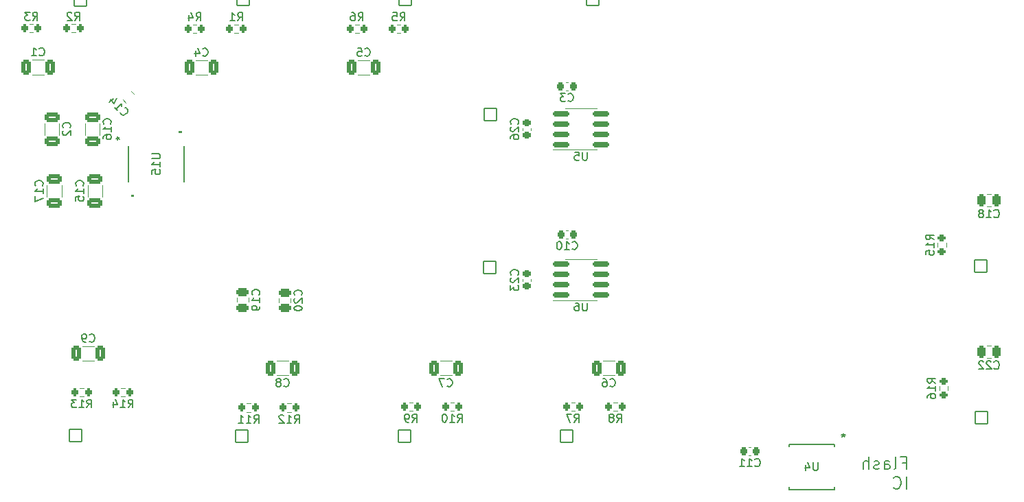
<source format=gbo>
G04 #@! TF.GenerationSoftware,KiCad,Pcbnew,7.0.8*
G04 #@! TF.CreationDate,2024-12-11T20:09:02-06:00*
G04 #@! TF.ProjectId,LEC,4c45432e-6b69-4636-9164-5f7063625858,rev?*
G04 #@! TF.SameCoordinates,Original*
G04 #@! TF.FileFunction,Legend,Bot*
G04 #@! TF.FilePolarity,Positive*
%FSLAX46Y46*%
G04 Gerber Fmt 4.6, Leading zero omitted, Abs format (unit mm)*
G04 Created by KiCad (PCBNEW 7.0.8) date 2024-12-11 20:09:02*
%MOMM*%
%LPD*%
G01*
G04 APERTURE LIST*
G04 Aperture macros list*
%AMRoundRect*
0 Rectangle with rounded corners*
0 $1 Rounding radius*
0 $2 $3 $4 $5 $6 $7 $8 $9 X,Y pos of 4 corners*
0 Add a 4 corners polygon primitive as box body*
4,1,4,$2,$3,$4,$5,$6,$7,$8,$9,$2,$3,0*
0 Add four circle primitives for the rounded corners*
1,1,$1+$1,$2,$3*
1,1,$1+$1,$4,$5*
1,1,$1+$1,$6,$7*
1,1,$1+$1,$8,$9*
0 Add four rect primitives between the rounded corners*
20,1,$1+$1,$2,$3,$4,$5,0*
20,1,$1+$1,$4,$5,$6,$7,0*
20,1,$1+$1,$6,$7,$8,$9,0*
20,1,$1+$1,$8,$9,$2,$3,0*%
G04 Aperture macros list end*
%ADD10C,0.187500*%
%ADD11C,0.150000*%
%ADD12C,0.120000*%
%ADD13C,0.152400*%
%ADD14RoundRect,0.102000X-0.754000X-0.754000X0.754000X-0.754000X0.754000X0.754000X-0.754000X0.754000X0*%
%ADD15C,1.712000*%
%ADD16R,3.000000X3.000000*%
%ADD17C,3.000000*%
%ADD18RoundRect,0.102000X0.754000X-0.754000X0.754000X0.754000X-0.754000X0.754000X-0.754000X-0.754000X0*%
%ADD19RoundRect,0.102000X-0.754000X0.754000X-0.754000X-0.754000X0.754000X-0.754000X0.754000X0.754000X0*%
%ADD20C,3.200000*%
%ADD21R,2.200000X2.200000*%
%ADD22O,2.200000X2.200000*%
%ADD23RoundRect,0.102000X0.754000X0.754000X-0.754000X0.754000X-0.754000X-0.754000X0.754000X-0.754000X0*%
%ADD24O,1.800000X1.800000*%
%ADD25O,1.500000X1.500000*%
%ADD26O,1.700000X1.700000*%
%ADD27R,1.700000X1.700000*%
%ADD28R,1.498600X1.498600*%
%ADD29C,1.498600*%
%ADD30R,1.651000X1.651000*%
%ADD31C,1.651000*%
%ADD32RoundRect,0.250000X-0.650000X0.325000X-0.650000X-0.325000X0.650000X-0.325000X0.650000X0.325000X0*%
%ADD33RoundRect,0.250000X0.325000X0.650000X-0.325000X0.650000X-0.325000X-0.650000X0.325000X-0.650000X0*%
%ADD34RoundRect,0.200000X0.200000X0.275000X-0.200000X0.275000X-0.200000X-0.275000X0.200000X-0.275000X0*%
%ADD35RoundRect,0.200000X-0.200000X-0.275000X0.200000X-0.275000X0.200000X0.275000X-0.200000X0.275000X0*%
%ADD36RoundRect,0.225000X-0.250000X0.225000X-0.250000X-0.225000X0.250000X-0.225000X0.250000X0.225000X0*%
%ADD37RoundRect,0.250000X0.475000X-0.250000X0.475000X0.250000X-0.475000X0.250000X-0.475000X-0.250000X0*%
%ADD38RoundRect,0.150000X-0.825000X-0.150000X0.825000X-0.150000X0.825000X0.150000X-0.825000X0.150000X0*%
%ADD39RoundRect,0.250000X-0.250000X-0.475000X0.250000X-0.475000X0.250000X0.475000X-0.250000X0.475000X0*%
%ADD40R,1.524000X0.533400*%
%ADD41RoundRect,0.250000X-0.325000X-0.650000X0.325000X-0.650000X0.325000X0.650000X-0.325000X0.650000X0*%
%ADD42R,0.355600X1.308100*%
%ADD43RoundRect,0.225000X-0.225000X-0.250000X0.225000X-0.250000X0.225000X0.250000X-0.225000X0.250000X0*%
%ADD44RoundRect,0.250000X0.650000X-0.325000X0.650000X0.325000X-0.650000X0.325000X-0.650000X-0.325000X0*%
%ADD45RoundRect,0.250000X-0.512652X-0.159099X-0.159099X-0.512652X0.512652X0.159099X0.159099X0.512652X0*%
%ADD46RoundRect,0.200000X-0.275000X0.200000X-0.275000X-0.200000X0.275000X-0.200000X0.275000X0.200000X0*%
G04 APERTURE END LIST*
D10*
X182719502Y-118605964D02*
X183219502Y-118605964D01*
X183219502Y-119391678D02*
X183219502Y-117891678D01*
X183219502Y-117891678D02*
X182505216Y-117891678D01*
X181719502Y-119391678D02*
X181862359Y-119320250D01*
X181862359Y-119320250D02*
X181933788Y-119177392D01*
X181933788Y-119177392D02*
X181933788Y-117891678D01*
X180505217Y-119391678D02*
X180505217Y-118605964D01*
X180505217Y-118605964D02*
X180576645Y-118463107D01*
X180576645Y-118463107D02*
X180719502Y-118391678D01*
X180719502Y-118391678D02*
X181005217Y-118391678D01*
X181005217Y-118391678D02*
X181148074Y-118463107D01*
X180505217Y-119320250D02*
X180648074Y-119391678D01*
X180648074Y-119391678D02*
X181005217Y-119391678D01*
X181005217Y-119391678D02*
X181148074Y-119320250D01*
X181148074Y-119320250D02*
X181219502Y-119177392D01*
X181219502Y-119177392D02*
X181219502Y-119034535D01*
X181219502Y-119034535D02*
X181148074Y-118891678D01*
X181148074Y-118891678D02*
X181005217Y-118820250D01*
X181005217Y-118820250D02*
X180648074Y-118820250D01*
X180648074Y-118820250D02*
X180505217Y-118748821D01*
X179862359Y-119320250D02*
X179719502Y-119391678D01*
X179719502Y-119391678D02*
X179433788Y-119391678D01*
X179433788Y-119391678D02*
X179290931Y-119320250D01*
X179290931Y-119320250D02*
X179219502Y-119177392D01*
X179219502Y-119177392D02*
X179219502Y-119105964D01*
X179219502Y-119105964D02*
X179290931Y-118963107D01*
X179290931Y-118963107D02*
X179433788Y-118891678D01*
X179433788Y-118891678D02*
X179648074Y-118891678D01*
X179648074Y-118891678D02*
X179790931Y-118820250D01*
X179790931Y-118820250D02*
X179862359Y-118677392D01*
X179862359Y-118677392D02*
X179862359Y-118605964D01*
X179862359Y-118605964D02*
X179790931Y-118463107D01*
X179790931Y-118463107D02*
X179648074Y-118391678D01*
X179648074Y-118391678D02*
X179433788Y-118391678D01*
X179433788Y-118391678D02*
X179290931Y-118463107D01*
X178576645Y-119391678D02*
X178576645Y-117891678D01*
X177933788Y-119391678D02*
X177933788Y-118605964D01*
X177933788Y-118605964D02*
X178005216Y-118463107D01*
X178005216Y-118463107D02*
X178148073Y-118391678D01*
X178148073Y-118391678D02*
X178362359Y-118391678D01*
X178362359Y-118391678D02*
X178505216Y-118463107D01*
X178505216Y-118463107D02*
X178576645Y-118534535D01*
X183219502Y-121806678D02*
X183219502Y-120306678D01*
X181648073Y-121663821D02*
X181719501Y-121735250D01*
X181719501Y-121735250D02*
X181933787Y-121806678D01*
X181933787Y-121806678D02*
X182076644Y-121806678D01*
X182076644Y-121806678D02*
X182290930Y-121735250D01*
X182290930Y-121735250D02*
X182433787Y-121592392D01*
X182433787Y-121592392D02*
X182505216Y-121449535D01*
X182505216Y-121449535D02*
X182576644Y-121163821D01*
X182576644Y-121163821D02*
X182576644Y-120949535D01*
X182576644Y-120949535D02*
X182505216Y-120663821D01*
X182505216Y-120663821D02*
X182433787Y-120520964D01*
X182433787Y-120520964D02*
X182290930Y-120378107D01*
X182290930Y-120378107D02*
X182076644Y-120306678D01*
X182076644Y-120306678D02*
X181933787Y-120306678D01*
X181933787Y-120306678D02*
X181719501Y-120378107D01*
X181719501Y-120378107D02*
X181648073Y-120449535D01*
D11*
X76709580Y-84382142D02*
X76757200Y-84334523D01*
X76757200Y-84334523D02*
X76804819Y-84191666D01*
X76804819Y-84191666D02*
X76804819Y-84096428D01*
X76804819Y-84096428D02*
X76757200Y-83953571D01*
X76757200Y-83953571D02*
X76661961Y-83858333D01*
X76661961Y-83858333D02*
X76566723Y-83810714D01*
X76566723Y-83810714D02*
X76376247Y-83763095D01*
X76376247Y-83763095D02*
X76233390Y-83763095D01*
X76233390Y-83763095D02*
X76042914Y-83810714D01*
X76042914Y-83810714D02*
X75947676Y-83858333D01*
X75947676Y-83858333D02*
X75852438Y-83953571D01*
X75852438Y-83953571D02*
X75804819Y-84096428D01*
X75804819Y-84096428D02*
X75804819Y-84191666D01*
X75804819Y-84191666D02*
X75852438Y-84334523D01*
X75852438Y-84334523D02*
X75900057Y-84382142D01*
X76804819Y-85334523D02*
X76804819Y-84763095D01*
X76804819Y-85048809D02*
X75804819Y-85048809D01*
X75804819Y-85048809D02*
X75947676Y-84953571D01*
X75947676Y-84953571D02*
X76042914Y-84858333D01*
X76042914Y-84858333D02*
X76090533Y-84763095D01*
X75804819Y-85667857D02*
X75804819Y-86334523D01*
X75804819Y-86334523D02*
X76804819Y-85905952D01*
X82541666Y-103609580D02*
X82589285Y-103657200D01*
X82589285Y-103657200D02*
X82732142Y-103704819D01*
X82732142Y-103704819D02*
X82827380Y-103704819D01*
X82827380Y-103704819D02*
X82970237Y-103657200D01*
X82970237Y-103657200D02*
X83065475Y-103561961D01*
X83065475Y-103561961D02*
X83113094Y-103466723D01*
X83113094Y-103466723D02*
X83160713Y-103276247D01*
X83160713Y-103276247D02*
X83160713Y-103133390D01*
X83160713Y-103133390D02*
X83113094Y-102942914D01*
X83113094Y-102942914D02*
X83065475Y-102847676D01*
X83065475Y-102847676D02*
X82970237Y-102752438D01*
X82970237Y-102752438D02*
X82827380Y-102704819D01*
X82827380Y-102704819D02*
X82732142Y-102704819D01*
X82732142Y-102704819D02*
X82589285Y-102752438D01*
X82589285Y-102752438D02*
X82541666Y-102800057D01*
X82065475Y-103704819D02*
X81874999Y-103704819D01*
X81874999Y-103704819D02*
X81779761Y-103657200D01*
X81779761Y-103657200D02*
X81732142Y-103609580D01*
X81732142Y-103609580D02*
X81636904Y-103466723D01*
X81636904Y-103466723D02*
X81589285Y-103276247D01*
X81589285Y-103276247D02*
X81589285Y-102895295D01*
X81589285Y-102895295D02*
X81636904Y-102800057D01*
X81636904Y-102800057D02*
X81684523Y-102752438D01*
X81684523Y-102752438D02*
X81779761Y-102704819D01*
X81779761Y-102704819D02*
X81970237Y-102704819D01*
X81970237Y-102704819D02*
X82065475Y-102752438D01*
X82065475Y-102752438D02*
X82113094Y-102800057D01*
X82113094Y-102800057D02*
X82160713Y-102895295D01*
X82160713Y-102895295D02*
X82160713Y-103133390D01*
X82160713Y-103133390D02*
X82113094Y-103228628D01*
X82113094Y-103228628D02*
X82065475Y-103276247D01*
X82065475Y-103276247D02*
X81970237Y-103323866D01*
X81970237Y-103323866D02*
X81779761Y-103323866D01*
X81779761Y-103323866D02*
X81684523Y-103276247D01*
X81684523Y-103276247D02*
X81636904Y-103228628D01*
X81636904Y-103228628D02*
X81589285Y-103133390D01*
X95666666Y-64024819D02*
X95999999Y-63548628D01*
X96238094Y-64024819D02*
X96238094Y-63024819D01*
X96238094Y-63024819D02*
X95857142Y-63024819D01*
X95857142Y-63024819D02*
X95761904Y-63072438D01*
X95761904Y-63072438D02*
X95714285Y-63120057D01*
X95714285Y-63120057D02*
X95666666Y-63215295D01*
X95666666Y-63215295D02*
X95666666Y-63358152D01*
X95666666Y-63358152D02*
X95714285Y-63453390D01*
X95714285Y-63453390D02*
X95761904Y-63501009D01*
X95761904Y-63501009D02*
X95857142Y-63548628D01*
X95857142Y-63548628D02*
X96238094Y-63548628D01*
X94809523Y-63358152D02*
X94809523Y-64024819D01*
X95047618Y-62977200D02*
X95285713Y-63691485D01*
X95285713Y-63691485D02*
X94666666Y-63691485D01*
X82197857Y-111784819D02*
X82531190Y-111308628D01*
X82769285Y-111784819D02*
X82769285Y-110784819D01*
X82769285Y-110784819D02*
X82388333Y-110784819D01*
X82388333Y-110784819D02*
X82293095Y-110832438D01*
X82293095Y-110832438D02*
X82245476Y-110880057D01*
X82245476Y-110880057D02*
X82197857Y-110975295D01*
X82197857Y-110975295D02*
X82197857Y-111118152D01*
X82197857Y-111118152D02*
X82245476Y-111213390D01*
X82245476Y-111213390D02*
X82293095Y-111261009D01*
X82293095Y-111261009D02*
X82388333Y-111308628D01*
X82388333Y-111308628D02*
X82769285Y-111308628D01*
X81245476Y-111784819D02*
X81816904Y-111784819D01*
X81531190Y-111784819D02*
X81531190Y-110784819D01*
X81531190Y-110784819D02*
X81626428Y-110927676D01*
X81626428Y-110927676D02*
X81721666Y-111022914D01*
X81721666Y-111022914D02*
X81816904Y-111070533D01*
X80912142Y-110784819D02*
X80293095Y-110784819D01*
X80293095Y-110784819D02*
X80626428Y-111165771D01*
X80626428Y-111165771D02*
X80483571Y-111165771D01*
X80483571Y-111165771D02*
X80388333Y-111213390D01*
X80388333Y-111213390D02*
X80340714Y-111261009D01*
X80340714Y-111261009D02*
X80293095Y-111356247D01*
X80293095Y-111356247D02*
X80293095Y-111594342D01*
X80293095Y-111594342D02*
X80340714Y-111689580D01*
X80340714Y-111689580D02*
X80388333Y-111737200D01*
X80388333Y-111737200D02*
X80483571Y-111784819D01*
X80483571Y-111784819D02*
X80769285Y-111784819D01*
X80769285Y-111784819D02*
X80864523Y-111737200D01*
X80864523Y-111737200D02*
X80912142Y-111689580D01*
X135329580Y-76757142D02*
X135377200Y-76709523D01*
X135377200Y-76709523D02*
X135424819Y-76566666D01*
X135424819Y-76566666D02*
X135424819Y-76471428D01*
X135424819Y-76471428D02*
X135377200Y-76328571D01*
X135377200Y-76328571D02*
X135281961Y-76233333D01*
X135281961Y-76233333D02*
X135186723Y-76185714D01*
X135186723Y-76185714D02*
X134996247Y-76138095D01*
X134996247Y-76138095D02*
X134853390Y-76138095D01*
X134853390Y-76138095D02*
X134662914Y-76185714D01*
X134662914Y-76185714D02*
X134567676Y-76233333D01*
X134567676Y-76233333D02*
X134472438Y-76328571D01*
X134472438Y-76328571D02*
X134424819Y-76471428D01*
X134424819Y-76471428D02*
X134424819Y-76566666D01*
X134424819Y-76566666D02*
X134472438Y-76709523D01*
X134472438Y-76709523D02*
X134520057Y-76757142D01*
X134520057Y-77138095D02*
X134472438Y-77185714D01*
X134472438Y-77185714D02*
X134424819Y-77280952D01*
X134424819Y-77280952D02*
X134424819Y-77519047D01*
X134424819Y-77519047D02*
X134472438Y-77614285D01*
X134472438Y-77614285D02*
X134520057Y-77661904D01*
X134520057Y-77661904D02*
X134615295Y-77709523D01*
X134615295Y-77709523D02*
X134710533Y-77709523D01*
X134710533Y-77709523D02*
X134853390Y-77661904D01*
X134853390Y-77661904D02*
X135424819Y-77090476D01*
X135424819Y-77090476D02*
X135424819Y-77709523D01*
X134424819Y-78566666D02*
X134424819Y-78376190D01*
X134424819Y-78376190D02*
X134472438Y-78280952D01*
X134472438Y-78280952D02*
X134520057Y-78233333D01*
X134520057Y-78233333D02*
X134662914Y-78138095D01*
X134662914Y-78138095D02*
X134853390Y-78090476D01*
X134853390Y-78090476D02*
X135234342Y-78090476D01*
X135234342Y-78090476D02*
X135329580Y-78138095D01*
X135329580Y-78138095D02*
X135377200Y-78185714D01*
X135377200Y-78185714D02*
X135424819Y-78280952D01*
X135424819Y-78280952D02*
X135424819Y-78471428D01*
X135424819Y-78471428D02*
X135377200Y-78566666D01*
X135377200Y-78566666D02*
X135329580Y-78614285D01*
X135329580Y-78614285D02*
X135234342Y-78661904D01*
X135234342Y-78661904D02*
X134996247Y-78661904D01*
X134996247Y-78661904D02*
X134901009Y-78614285D01*
X134901009Y-78614285D02*
X134853390Y-78566666D01*
X134853390Y-78566666D02*
X134805771Y-78471428D01*
X134805771Y-78471428D02*
X134805771Y-78280952D01*
X134805771Y-78280952D02*
X134853390Y-78185714D01*
X134853390Y-78185714D02*
X134901009Y-78138095D01*
X134901009Y-78138095D02*
X134996247Y-78090476D01*
X103439580Y-97857142D02*
X103487200Y-97809523D01*
X103487200Y-97809523D02*
X103534819Y-97666666D01*
X103534819Y-97666666D02*
X103534819Y-97571428D01*
X103534819Y-97571428D02*
X103487200Y-97428571D01*
X103487200Y-97428571D02*
X103391961Y-97333333D01*
X103391961Y-97333333D02*
X103296723Y-97285714D01*
X103296723Y-97285714D02*
X103106247Y-97238095D01*
X103106247Y-97238095D02*
X102963390Y-97238095D01*
X102963390Y-97238095D02*
X102772914Y-97285714D01*
X102772914Y-97285714D02*
X102677676Y-97333333D01*
X102677676Y-97333333D02*
X102582438Y-97428571D01*
X102582438Y-97428571D02*
X102534819Y-97571428D01*
X102534819Y-97571428D02*
X102534819Y-97666666D01*
X102534819Y-97666666D02*
X102582438Y-97809523D01*
X102582438Y-97809523D02*
X102630057Y-97857142D01*
X103534819Y-98809523D02*
X103534819Y-98238095D01*
X103534819Y-98523809D02*
X102534819Y-98523809D01*
X102534819Y-98523809D02*
X102677676Y-98428571D01*
X102677676Y-98428571D02*
X102772914Y-98333333D01*
X102772914Y-98333333D02*
X102820533Y-98238095D01*
X103534819Y-99285714D02*
X103534819Y-99476190D01*
X103534819Y-99476190D02*
X103487200Y-99571428D01*
X103487200Y-99571428D02*
X103439580Y-99619047D01*
X103439580Y-99619047D02*
X103296723Y-99714285D01*
X103296723Y-99714285D02*
X103106247Y-99761904D01*
X103106247Y-99761904D02*
X102725295Y-99761904D01*
X102725295Y-99761904D02*
X102630057Y-99714285D01*
X102630057Y-99714285D02*
X102582438Y-99666666D01*
X102582438Y-99666666D02*
X102534819Y-99571428D01*
X102534819Y-99571428D02*
X102534819Y-99380952D01*
X102534819Y-99380952D02*
X102582438Y-99285714D01*
X102582438Y-99285714D02*
X102630057Y-99238095D01*
X102630057Y-99238095D02*
X102725295Y-99190476D01*
X102725295Y-99190476D02*
X102963390Y-99190476D01*
X102963390Y-99190476D02*
X103058628Y-99238095D01*
X103058628Y-99238095D02*
X103106247Y-99285714D01*
X103106247Y-99285714D02*
X103153866Y-99380952D01*
X103153866Y-99380952D02*
X103153866Y-99571428D01*
X103153866Y-99571428D02*
X103106247Y-99666666D01*
X103106247Y-99666666D02*
X103058628Y-99714285D01*
X103058628Y-99714285D02*
X102963390Y-99761904D01*
X120816666Y-64024819D02*
X121149999Y-63548628D01*
X121388094Y-64024819D02*
X121388094Y-63024819D01*
X121388094Y-63024819D02*
X121007142Y-63024819D01*
X121007142Y-63024819D02*
X120911904Y-63072438D01*
X120911904Y-63072438D02*
X120864285Y-63120057D01*
X120864285Y-63120057D02*
X120816666Y-63215295D01*
X120816666Y-63215295D02*
X120816666Y-63358152D01*
X120816666Y-63358152D02*
X120864285Y-63453390D01*
X120864285Y-63453390D02*
X120911904Y-63501009D01*
X120911904Y-63501009D02*
X121007142Y-63548628D01*
X121007142Y-63548628D02*
X121388094Y-63548628D01*
X119911904Y-63024819D02*
X120388094Y-63024819D01*
X120388094Y-63024819D02*
X120435713Y-63501009D01*
X120435713Y-63501009D02*
X120388094Y-63453390D01*
X120388094Y-63453390D02*
X120292856Y-63405771D01*
X120292856Y-63405771D02*
X120054761Y-63405771D01*
X120054761Y-63405771D02*
X119959523Y-63453390D01*
X119959523Y-63453390D02*
X119911904Y-63501009D01*
X119911904Y-63501009D02*
X119864285Y-63596247D01*
X119864285Y-63596247D02*
X119864285Y-63834342D01*
X119864285Y-63834342D02*
X119911904Y-63929580D01*
X119911904Y-63929580D02*
X119959523Y-63977200D01*
X119959523Y-63977200D02*
X120054761Y-64024819D01*
X120054761Y-64024819D02*
X120292856Y-64024819D01*
X120292856Y-64024819D02*
X120388094Y-63977200D01*
X120388094Y-63977200D02*
X120435713Y-63929580D01*
X135329580Y-95382142D02*
X135377200Y-95334523D01*
X135377200Y-95334523D02*
X135424819Y-95191666D01*
X135424819Y-95191666D02*
X135424819Y-95096428D01*
X135424819Y-95096428D02*
X135377200Y-94953571D01*
X135377200Y-94953571D02*
X135281961Y-94858333D01*
X135281961Y-94858333D02*
X135186723Y-94810714D01*
X135186723Y-94810714D02*
X134996247Y-94763095D01*
X134996247Y-94763095D02*
X134853390Y-94763095D01*
X134853390Y-94763095D02*
X134662914Y-94810714D01*
X134662914Y-94810714D02*
X134567676Y-94858333D01*
X134567676Y-94858333D02*
X134472438Y-94953571D01*
X134472438Y-94953571D02*
X134424819Y-95096428D01*
X134424819Y-95096428D02*
X134424819Y-95191666D01*
X134424819Y-95191666D02*
X134472438Y-95334523D01*
X134472438Y-95334523D02*
X134520057Y-95382142D01*
X134520057Y-95763095D02*
X134472438Y-95810714D01*
X134472438Y-95810714D02*
X134424819Y-95905952D01*
X134424819Y-95905952D02*
X134424819Y-96144047D01*
X134424819Y-96144047D02*
X134472438Y-96239285D01*
X134472438Y-96239285D02*
X134520057Y-96286904D01*
X134520057Y-96286904D02*
X134615295Y-96334523D01*
X134615295Y-96334523D02*
X134710533Y-96334523D01*
X134710533Y-96334523D02*
X134853390Y-96286904D01*
X134853390Y-96286904D02*
X135424819Y-95715476D01*
X135424819Y-95715476D02*
X135424819Y-96334523D01*
X134424819Y-96667857D02*
X134424819Y-97286904D01*
X134424819Y-97286904D02*
X134805771Y-96953571D01*
X134805771Y-96953571D02*
X134805771Y-97096428D01*
X134805771Y-97096428D02*
X134853390Y-97191666D01*
X134853390Y-97191666D02*
X134901009Y-97239285D01*
X134901009Y-97239285D02*
X134996247Y-97286904D01*
X134996247Y-97286904D02*
X135234342Y-97286904D01*
X135234342Y-97286904D02*
X135329580Y-97239285D01*
X135329580Y-97239285D02*
X135377200Y-97191666D01*
X135377200Y-97191666D02*
X135424819Y-97096428D01*
X135424819Y-97096428D02*
X135424819Y-96810714D01*
X135424819Y-96810714D02*
X135377200Y-96715476D01*
X135377200Y-96715476D02*
X135329580Y-96667857D01*
X80711666Y-63974819D02*
X81044999Y-63498628D01*
X81283094Y-63974819D02*
X81283094Y-62974819D01*
X81283094Y-62974819D02*
X80902142Y-62974819D01*
X80902142Y-62974819D02*
X80806904Y-63022438D01*
X80806904Y-63022438D02*
X80759285Y-63070057D01*
X80759285Y-63070057D02*
X80711666Y-63165295D01*
X80711666Y-63165295D02*
X80711666Y-63308152D01*
X80711666Y-63308152D02*
X80759285Y-63403390D01*
X80759285Y-63403390D02*
X80806904Y-63451009D01*
X80806904Y-63451009D02*
X80902142Y-63498628D01*
X80902142Y-63498628D02*
X81283094Y-63498628D01*
X80330713Y-63070057D02*
X80283094Y-63022438D01*
X80283094Y-63022438D02*
X80187856Y-62974819D01*
X80187856Y-62974819D02*
X79949761Y-62974819D01*
X79949761Y-62974819D02*
X79854523Y-63022438D01*
X79854523Y-63022438D02*
X79806904Y-63070057D01*
X79806904Y-63070057D02*
X79759285Y-63165295D01*
X79759285Y-63165295D02*
X79759285Y-63260533D01*
X79759285Y-63260533D02*
X79806904Y-63403390D01*
X79806904Y-63403390D02*
X80378332Y-63974819D01*
X80378332Y-63974819D02*
X79759285Y-63974819D01*
X143886904Y-80249819D02*
X143886904Y-81059342D01*
X143886904Y-81059342D02*
X143839285Y-81154580D01*
X143839285Y-81154580D02*
X143791666Y-81202200D01*
X143791666Y-81202200D02*
X143696428Y-81249819D01*
X143696428Y-81249819D02*
X143505952Y-81249819D01*
X143505952Y-81249819D02*
X143410714Y-81202200D01*
X143410714Y-81202200D02*
X143363095Y-81154580D01*
X143363095Y-81154580D02*
X143315476Y-81059342D01*
X143315476Y-81059342D02*
X143315476Y-80249819D01*
X142363095Y-80249819D02*
X142839285Y-80249819D01*
X142839285Y-80249819D02*
X142886904Y-80726009D01*
X142886904Y-80726009D02*
X142839285Y-80678390D01*
X142839285Y-80678390D02*
X142744047Y-80630771D01*
X142744047Y-80630771D02*
X142505952Y-80630771D01*
X142505952Y-80630771D02*
X142410714Y-80678390D01*
X142410714Y-80678390D02*
X142363095Y-80726009D01*
X142363095Y-80726009D02*
X142315476Y-80821247D01*
X142315476Y-80821247D02*
X142315476Y-81059342D01*
X142315476Y-81059342D02*
X142363095Y-81154580D01*
X142363095Y-81154580D02*
X142410714Y-81202200D01*
X142410714Y-81202200D02*
X142505952Y-81249819D01*
X142505952Y-81249819D02*
X142744047Y-81249819D01*
X142744047Y-81249819D02*
X142839285Y-81202200D01*
X142839285Y-81202200D02*
X142886904Y-81154580D01*
X194042857Y-106939580D02*
X194090476Y-106987200D01*
X194090476Y-106987200D02*
X194233333Y-107034819D01*
X194233333Y-107034819D02*
X194328571Y-107034819D01*
X194328571Y-107034819D02*
X194471428Y-106987200D01*
X194471428Y-106987200D02*
X194566666Y-106891961D01*
X194566666Y-106891961D02*
X194614285Y-106796723D01*
X194614285Y-106796723D02*
X194661904Y-106606247D01*
X194661904Y-106606247D02*
X194661904Y-106463390D01*
X194661904Y-106463390D02*
X194614285Y-106272914D01*
X194614285Y-106272914D02*
X194566666Y-106177676D01*
X194566666Y-106177676D02*
X194471428Y-106082438D01*
X194471428Y-106082438D02*
X194328571Y-106034819D01*
X194328571Y-106034819D02*
X194233333Y-106034819D01*
X194233333Y-106034819D02*
X194090476Y-106082438D01*
X194090476Y-106082438D02*
X194042857Y-106130057D01*
X193661904Y-106130057D02*
X193614285Y-106082438D01*
X193614285Y-106082438D02*
X193519047Y-106034819D01*
X193519047Y-106034819D02*
X193280952Y-106034819D01*
X193280952Y-106034819D02*
X193185714Y-106082438D01*
X193185714Y-106082438D02*
X193138095Y-106130057D01*
X193138095Y-106130057D02*
X193090476Y-106225295D01*
X193090476Y-106225295D02*
X193090476Y-106320533D01*
X193090476Y-106320533D02*
X193138095Y-106463390D01*
X193138095Y-106463390D02*
X193709523Y-107034819D01*
X193709523Y-107034819D02*
X193090476Y-107034819D01*
X192709523Y-106130057D02*
X192661904Y-106082438D01*
X192661904Y-106082438D02*
X192566666Y-106034819D01*
X192566666Y-106034819D02*
X192328571Y-106034819D01*
X192328571Y-106034819D02*
X192233333Y-106082438D01*
X192233333Y-106082438D02*
X192185714Y-106130057D01*
X192185714Y-106130057D02*
X192138095Y-106225295D01*
X192138095Y-106225295D02*
X192138095Y-106320533D01*
X192138095Y-106320533D02*
X192185714Y-106463390D01*
X192185714Y-106463390D02*
X192757142Y-107034819D01*
X192757142Y-107034819D02*
X192138095Y-107034819D01*
X172317004Y-118549819D02*
X172317004Y-119359342D01*
X172317004Y-119359342D02*
X172269385Y-119454580D01*
X172269385Y-119454580D02*
X172221766Y-119502200D01*
X172221766Y-119502200D02*
X172126528Y-119549819D01*
X172126528Y-119549819D02*
X171936052Y-119549819D01*
X171936052Y-119549819D02*
X171840814Y-119502200D01*
X171840814Y-119502200D02*
X171793195Y-119454580D01*
X171793195Y-119454580D02*
X171745576Y-119359342D01*
X171745576Y-119359342D02*
X171745576Y-118549819D01*
X170840814Y-118883152D02*
X170840814Y-119549819D01*
X171078909Y-118502200D02*
X171317004Y-119216485D01*
X171317004Y-119216485D02*
X170697957Y-119216485D01*
X175453999Y-114968419D02*
X175453999Y-115206514D01*
X175692094Y-115111276D02*
X175453999Y-115206514D01*
X175453999Y-115206514D02*
X175215904Y-115111276D01*
X175596856Y-115396990D02*
X175453999Y-115206514D01*
X175453999Y-115206514D02*
X175311142Y-115396990D01*
X81709580Y-84382142D02*
X81757200Y-84334523D01*
X81757200Y-84334523D02*
X81804819Y-84191666D01*
X81804819Y-84191666D02*
X81804819Y-84096428D01*
X81804819Y-84096428D02*
X81757200Y-83953571D01*
X81757200Y-83953571D02*
X81661961Y-83858333D01*
X81661961Y-83858333D02*
X81566723Y-83810714D01*
X81566723Y-83810714D02*
X81376247Y-83763095D01*
X81376247Y-83763095D02*
X81233390Y-83763095D01*
X81233390Y-83763095D02*
X81042914Y-83810714D01*
X81042914Y-83810714D02*
X80947676Y-83858333D01*
X80947676Y-83858333D02*
X80852438Y-83953571D01*
X80852438Y-83953571D02*
X80804819Y-84096428D01*
X80804819Y-84096428D02*
X80804819Y-84191666D01*
X80804819Y-84191666D02*
X80852438Y-84334523D01*
X80852438Y-84334523D02*
X80900057Y-84382142D01*
X81804819Y-85334523D02*
X81804819Y-84763095D01*
X81804819Y-85048809D02*
X80804819Y-85048809D01*
X80804819Y-85048809D02*
X80947676Y-84953571D01*
X80947676Y-84953571D02*
X81042914Y-84858333D01*
X81042914Y-84858333D02*
X81090533Y-84763095D01*
X80804819Y-86239285D02*
X80804819Y-85763095D01*
X80804819Y-85763095D02*
X81281009Y-85715476D01*
X81281009Y-85715476D02*
X81233390Y-85763095D01*
X81233390Y-85763095D02*
X81185771Y-85858333D01*
X81185771Y-85858333D02*
X81185771Y-86096428D01*
X81185771Y-86096428D02*
X81233390Y-86191666D01*
X81233390Y-86191666D02*
X81281009Y-86239285D01*
X81281009Y-86239285D02*
X81376247Y-86286904D01*
X81376247Y-86286904D02*
X81614342Y-86286904D01*
X81614342Y-86286904D02*
X81709580Y-86239285D01*
X81709580Y-86239285D02*
X81757200Y-86191666D01*
X81757200Y-86191666D02*
X81804819Y-86096428D01*
X81804819Y-86096428D02*
X81804819Y-85858333D01*
X81804819Y-85858333D02*
X81757200Y-85763095D01*
X81757200Y-85763095D02*
X81709580Y-85715476D01*
X106501666Y-109109580D02*
X106549285Y-109157200D01*
X106549285Y-109157200D02*
X106692142Y-109204819D01*
X106692142Y-109204819D02*
X106787380Y-109204819D01*
X106787380Y-109204819D02*
X106930237Y-109157200D01*
X106930237Y-109157200D02*
X107025475Y-109061961D01*
X107025475Y-109061961D02*
X107073094Y-108966723D01*
X107073094Y-108966723D02*
X107120713Y-108776247D01*
X107120713Y-108776247D02*
X107120713Y-108633390D01*
X107120713Y-108633390D02*
X107073094Y-108442914D01*
X107073094Y-108442914D02*
X107025475Y-108347676D01*
X107025475Y-108347676D02*
X106930237Y-108252438D01*
X106930237Y-108252438D02*
X106787380Y-108204819D01*
X106787380Y-108204819D02*
X106692142Y-108204819D01*
X106692142Y-108204819D02*
X106549285Y-108252438D01*
X106549285Y-108252438D02*
X106501666Y-108300057D01*
X105930237Y-108633390D02*
X106025475Y-108585771D01*
X106025475Y-108585771D02*
X106073094Y-108538152D01*
X106073094Y-108538152D02*
X106120713Y-108442914D01*
X106120713Y-108442914D02*
X106120713Y-108395295D01*
X106120713Y-108395295D02*
X106073094Y-108300057D01*
X106073094Y-108300057D02*
X106025475Y-108252438D01*
X106025475Y-108252438D02*
X105930237Y-108204819D01*
X105930237Y-108204819D02*
X105739761Y-108204819D01*
X105739761Y-108204819D02*
X105644523Y-108252438D01*
X105644523Y-108252438D02*
X105596904Y-108300057D01*
X105596904Y-108300057D02*
X105549285Y-108395295D01*
X105549285Y-108395295D02*
X105549285Y-108442914D01*
X105549285Y-108442914D02*
X105596904Y-108538152D01*
X105596904Y-108538152D02*
X105644523Y-108585771D01*
X105644523Y-108585771D02*
X105739761Y-108633390D01*
X105739761Y-108633390D02*
X105930237Y-108633390D01*
X105930237Y-108633390D02*
X106025475Y-108681009D01*
X106025475Y-108681009D02*
X106073094Y-108728628D01*
X106073094Y-108728628D02*
X106120713Y-108823866D01*
X106120713Y-108823866D02*
X106120713Y-109014342D01*
X106120713Y-109014342D02*
X106073094Y-109109580D01*
X106073094Y-109109580D02*
X106025475Y-109157200D01*
X106025475Y-109157200D02*
X105930237Y-109204819D01*
X105930237Y-109204819D02*
X105739761Y-109204819D01*
X105739761Y-109204819D02*
X105644523Y-109157200D01*
X105644523Y-109157200D02*
X105596904Y-109109580D01*
X105596904Y-109109580D02*
X105549285Y-109014342D01*
X105549285Y-109014342D02*
X105549285Y-108823866D01*
X105549285Y-108823866D02*
X105596904Y-108728628D01*
X105596904Y-108728628D02*
X105644523Y-108681009D01*
X105644523Y-108681009D02*
X105739761Y-108633390D01*
X90229818Y-80459955D02*
X91039341Y-80459955D01*
X91039341Y-80459955D02*
X91134579Y-80507574D01*
X91134579Y-80507574D02*
X91182199Y-80555193D01*
X91182199Y-80555193D02*
X91229818Y-80650431D01*
X91229818Y-80650431D02*
X91229818Y-80840907D01*
X91229818Y-80840907D02*
X91182199Y-80936145D01*
X91182199Y-80936145D02*
X91134579Y-80983764D01*
X91134579Y-80983764D02*
X91039341Y-81031383D01*
X91039341Y-81031383D02*
X90229818Y-81031383D01*
X91229818Y-82031383D02*
X91229818Y-81459955D01*
X91229818Y-81745669D02*
X90229818Y-81745669D01*
X90229818Y-81745669D02*
X90372675Y-81650431D01*
X90372675Y-81650431D02*
X90467913Y-81555193D01*
X90467913Y-81555193D02*
X90515532Y-81459955D01*
X90229818Y-82936145D02*
X90229818Y-82459955D01*
X90229818Y-82459955D02*
X90706008Y-82412336D01*
X90706008Y-82412336D02*
X90658389Y-82459955D01*
X90658389Y-82459955D02*
X90610770Y-82555193D01*
X90610770Y-82555193D02*
X90610770Y-82793288D01*
X90610770Y-82793288D02*
X90658389Y-82888526D01*
X90658389Y-82888526D02*
X90706008Y-82936145D01*
X90706008Y-82936145D02*
X90801246Y-82983764D01*
X90801246Y-82983764D02*
X91039341Y-82983764D01*
X91039341Y-82983764D02*
X91134579Y-82936145D01*
X91134579Y-82936145D02*
X91182199Y-82888526D01*
X91182199Y-82888526D02*
X91229818Y-82793288D01*
X91229818Y-82793288D02*
X91229818Y-82555193D01*
X91229818Y-82555193D02*
X91182199Y-82459955D01*
X91182199Y-82459955D02*
X91134579Y-82412336D01*
X85806217Y-78542100D02*
X86044312Y-78542100D01*
X85949074Y-78304005D02*
X86044312Y-78542100D01*
X86044312Y-78542100D02*
X85949074Y-78780195D01*
X86234788Y-78399243D02*
X86044312Y-78542100D01*
X86044312Y-78542100D02*
X86234788Y-78684957D01*
X142301666Y-113584819D02*
X142634999Y-113108628D01*
X142873094Y-113584819D02*
X142873094Y-112584819D01*
X142873094Y-112584819D02*
X142492142Y-112584819D01*
X142492142Y-112584819D02*
X142396904Y-112632438D01*
X142396904Y-112632438D02*
X142349285Y-112680057D01*
X142349285Y-112680057D02*
X142301666Y-112775295D01*
X142301666Y-112775295D02*
X142301666Y-112918152D01*
X142301666Y-112918152D02*
X142349285Y-113013390D01*
X142349285Y-113013390D02*
X142396904Y-113061009D01*
X142396904Y-113061009D02*
X142492142Y-113108628D01*
X142492142Y-113108628D02*
X142873094Y-113108628D01*
X141968332Y-112584819D02*
X141301666Y-112584819D01*
X141301666Y-112584819D02*
X141730237Y-113584819D01*
X143886904Y-98849819D02*
X143886904Y-99659342D01*
X143886904Y-99659342D02*
X143839285Y-99754580D01*
X143839285Y-99754580D02*
X143791666Y-99802200D01*
X143791666Y-99802200D02*
X143696428Y-99849819D01*
X143696428Y-99849819D02*
X143505952Y-99849819D01*
X143505952Y-99849819D02*
X143410714Y-99802200D01*
X143410714Y-99802200D02*
X143363095Y-99754580D01*
X143363095Y-99754580D02*
X143315476Y-99659342D01*
X143315476Y-99659342D02*
X143315476Y-98849819D01*
X142410714Y-98849819D02*
X142601190Y-98849819D01*
X142601190Y-98849819D02*
X142696428Y-98897438D01*
X142696428Y-98897438D02*
X142744047Y-98945057D01*
X142744047Y-98945057D02*
X142839285Y-99087914D01*
X142839285Y-99087914D02*
X142886904Y-99278390D01*
X142886904Y-99278390D02*
X142886904Y-99659342D01*
X142886904Y-99659342D02*
X142839285Y-99754580D01*
X142839285Y-99754580D02*
X142791666Y-99802200D01*
X142791666Y-99802200D02*
X142696428Y-99849819D01*
X142696428Y-99849819D02*
X142505952Y-99849819D01*
X142505952Y-99849819D02*
X142410714Y-99802200D01*
X142410714Y-99802200D02*
X142363095Y-99754580D01*
X142363095Y-99754580D02*
X142315476Y-99659342D01*
X142315476Y-99659342D02*
X142315476Y-99421247D01*
X142315476Y-99421247D02*
X142363095Y-99326009D01*
X142363095Y-99326009D02*
X142410714Y-99278390D01*
X142410714Y-99278390D02*
X142505952Y-99230771D01*
X142505952Y-99230771D02*
X142696428Y-99230771D01*
X142696428Y-99230771D02*
X142791666Y-99278390D01*
X142791666Y-99278390D02*
X142839285Y-99326009D01*
X142839285Y-99326009D02*
X142886904Y-99421247D01*
X87297857Y-111784819D02*
X87631190Y-111308628D01*
X87869285Y-111784819D02*
X87869285Y-110784819D01*
X87869285Y-110784819D02*
X87488333Y-110784819D01*
X87488333Y-110784819D02*
X87393095Y-110832438D01*
X87393095Y-110832438D02*
X87345476Y-110880057D01*
X87345476Y-110880057D02*
X87297857Y-110975295D01*
X87297857Y-110975295D02*
X87297857Y-111118152D01*
X87297857Y-111118152D02*
X87345476Y-111213390D01*
X87345476Y-111213390D02*
X87393095Y-111261009D01*
X87393095Y-111261009D02*
X87488333Y-111308628D01*
X87488333Y-111308628D02*
X87869285Y-111308628D01*
X86345476Y-111784819D02*
X86916904Y-111784819D01*
X86631190Y-111784819D02*
X86631190Y-110784819D01*
X86631190Y-110784819D02*
X86726428Y-110927676D01*
X86726428Y-110927676D02*
X86821666Y-111022914D01*
X86821666Y-111022914D02*
X86916904Y-111070533D01*
X85488333Y-111118152D02*
X85488333Y-111784819D01*
X85726428Y-110737200D02*
X85964523Y-111451485D01*
X85964523Y-111451485D02*
X85345476Y-111451485D01*
X164572957Y-118984580D02*
X164620576Y-119032200D01*
X164620576Y-119032200D02*
X164763433Y-119079819D01*
X164763433Y-119079819D02*
X164858671Y-119079819D01*
X164858671Y-119079819D02*
X165001528Y-119032200D01*
X165001528Y-119032200D02*
X165096766Y-118936961D01*
X165096766Y-118936961D02*
X165144385Y-118841723D01*
X165144385Y-118841723D02*
X165192004Y-118651247D01*
X165192004Y-118651247D02*
X165192004Y-118508390D01*
X165192004Y-118508390D02*
X165144385Y-118317914D01*
X165144385Y-118317914D02*
X165096766Y-118222676D01*
X165096766Y-118222676D02*
X165001528Y-118127438D01*
X165001528Y-118127438D02*
X164858671Y-118079819D01*
X164858671Y-118079819D02*
X164763433Y-118079819D01*
X164763433Y-118079819D02*
X164620576Y-118127438D01*
X164620576Y-118127438D02*
X164572957Y-118175057D01*
X163620576Y-119079819D02*
X164192004Y-119079819D01*
X163906290Y-119079819D02*
X163906290Y-118079819D01*
X163906290Y-118079819D02*
X164001528Y-118222676D01*
X164001528Y-118222676D02*
X164096766Y-118317914D01*
X164096766Y-118317914D02*
X164192004Y-118365533D01*
X162668195Y-119079819D02*
X163239623Y-119079819D01*
X162953909Y-119079819D02*
X162953909Y-118079819D01*
X162953909Y-118079819D02*
X163049147Y-118222676D01*
X163049147Y-118222676D02*
X163144385Y-118317914D01*
X163144385Y-118317914D02*
X163239623Y-118365533D01*
X100791666Y-64024819D02*
X101124999Y-63548628D01*
X101363094Y-64024819D02*
X101363094Y-63024819D01*
X101363094Y-63024819D02*
X100982142Y-63024819D01*
X100982142Y-63024819D02*
X100886904Y-63072438D01*
X100886904Y-63072438D02*
X100839285Y-63120057D01*
X100839285Y-63120057D02*
X100791666Y-63215295D01*
X100791666Y-63215295D02*
X100791666Y-63358152D01*
X100791666Y-63358152D02*
X100839285Y-63453390D01*
X100839285Y-63453390D02*
X100886904Y-63501009D01*
X100886904Y-63501009D02*
X100982142Y-63548628D01*
X100982142Y-63548628D02*
X101363094Y-63548628D01*
X99839285Y-64024819D02*
X100410713Y-64024819D01*
X100124999Y-64024819D02*
X100124999Y-63024819D01*
X100124999Y-63024819D02*
X100220237Y-63167676D01*
X100220237Y-63167676D02*
X100315475Y-63262914D01*
X100315475Y-63262914D02*
X100410713Y-63310533D01*
X122326666Y-113584819D02*
X122659999Y-113108628D01*
X122898094Y-113584819D02*
X122898094Y-112584819D01*
X122898094Y-112584819D02*
X122517142Y-112584819D01*
X122517142Y-112584819D02*
X122421904Y-112632438D01*
X122421904Y-112632438D02*
X122374285Y-112680057D01*
X122374285Y-112680057D02*
X122326666Y-112775295D01*
X122326666Y-112775295D02*
X122326666Y-112918152D01*
X122326666Y-112918152D02*
X122374285Y-113013390D01*
X122374285Y-113013390D02*
X122421904Y-113061009D01*
X122421904Y-113061009D02*
X122517142Y-113108628D01*
X122517142Y-113108628D02*
X122898094Y-113108628D01*
X121850475Y-113584819D02*
X121659999Y-113584819D01*
X121659999Y-113584819D02*
X121564761Y-113537200D01*
X121564761Y-113537200D02*
X121517142Y-113489580D01*
X121517142Y-113489580D02*
X121421904Y-113346723D01*
X121421904Y-113346723D02*
X121374285Y-113156247D01*
X121374285Y-113156247D02*
X121374285Y-112775295D01*
X121374285Y-112775295D02*
X121421904Y-112680057D01*
X121421904Y-112680057D02*
X121469523Y-112632438D01*
X121469523Y-112632438D02*
X121564761Y-112584819D01*
X121564761Y-112584819D02*
X121755237Y-112584819D01*
X121755237Y-112584819D02*
X121850475Y-112632438D01*
X121850475Y-112632438D02*
X121898094Y-112680057D01*
X121898094Y-112680057D02*
X121945713Y-112775295D01*
X121945713Y-112775295D02*
X121945713Y-113013390D01*
X121945713Y-113013390D02*
X121898094Y-113108628D01*
X121898094Y-113108628D02*
X121850475Y-113156247D01*
X121850475Y-113156247D02*
X121755237Y-113203866D01*
X121755237Y-113203866D02*
X121564761Y-113203866D01*
X121564761Y-113203866D02*
X121469523Y-113156247D01*
X121469523Y-113156247D02*
X121421904Y-113108628D01*
X121421904Y-113108628D02*
X121374285Y-113013390D01*
X147526666Y-113584819D02*
X147859999Y-113108628D01*
X148098094Y-113584819D02*
X148098094Y-112584819D01*
X148098094Y-112584819D02*
X147717142Y-112584819D01*
X147717142Y-112584819D02*
X147621904Y-112632438D01*
X147621904Y-112632438D02*
X147574285Y-112680057D01*
X147574285Y-112680057D02*
X147526666Y-112775295D01*
X147526666Y-112775295D02*
X147526666Y-112918152D01*
X147526666Y-112918152D02*
X147574285Y-113013390D01*
X147574285Y-113013390D02*
X147621904Y-113061009D01*
X147621904Y-113061009D02*
X147717142Y-113108628D01*
X147717142Y-113108628D02*
X148098094Y-113108628D01*
X146955237Y-113013390D02*
X147050475Y-112965771D01*
X147050475Y-112965771D02*
X147098094Y-112918152D01*
X147098094Y-112918152D02*
X147145713Y-112822914D01*
X147145713Y-112822914D02*
X147145713Y-112775295D01*
X147145713Y-112775295D02*
X147098094Y-112680057D01*
X147098094Y-112680057D02*
X147050475Y-112632438D01*
X147050475Y-112632438D02*
X146955237Y-112584819D01*
X146955237Y-112584819D02*
X146764761Y-112584819D01*
X146764761Y-112584819D02*
X146669523Y-112632438D01*
X146669523Y-112632438D02*
X146621904Y-112680057D01*
X146621904Y-112680057D02*
X146574285Y-112775295D01*
X146574285Y-112775295D02*
X146574285Y-112822914D01*
X146574285Y-112822914D02*
X146621904Y-112918152D01*
X146621904Y-112918152D02*
X146669523Y-112965771D01*
X146669523Y-112965771D02*
X146764761Y-113013390D01*
X146764761Y-113013390D02*
X146955237Y-113013390D01*
X146955237Y-113013390D02*
X147050475Y-113061009D01*
X147050475Y-113061009D02*
X147098094Y-113108628D01*
X147098094Y-113108628D02*
X147145713Y-113203866D01*
X147145713Y-113203866D02*
X147145713Y-113394342D01*
X147145713Y-113394342D02*
X147098094Y-113489580D01*
X147098094Y-113489580D02*
X147050475Y-113537200D01*
X147050475Y-113537200D02*
X146955237Y-113584819D01*
X146955237Y-113584819D02*
X146764761Y-113584819D01*
X146764761Y-113584819D02*
X146669523Y-113537200D01*
X146669523Y-113537200D02*
X146621904Y-113489580D01*
X146621904Y-113489580D02*
X146574285Y-113394342D01*
X146574285Y-113394342D02*
X146574285Y-113203866D01*
X146574285Y-113203866D02*
X146621904Y-113108628D01*
X146621904Y-113108628D02*
X146669523Y-113061009D01*
X146669523Y-113061009D02*
X146764761Y-113013390D01*
X146706666Y-109109580D02*
X146754285Y-109157200D01*
X146754285Y-109157200D02*
X146897142Y-109204819D01*
X146897142Y-109204819D02*
X146992380Y-109204819D01*
X146992380Y-109204819D02*
X147135237Y-109157200D01*
X147135237Y-109157200D02*
X147230475Y-109061961D01*
X147230475Y-109061961D02*
X147278094Y-108966723D01*
X147278094Y-108966723D02*
X147325713Y-108776247D01*
X147325713Y-108776247D02*
X147325713Y-108633390D01*
X147325713Y-108633390D02*
X147278094Y-108442914D01*
X147278094Y-108442914D02*
X147230475Y-108347676D01*
X147230475Y-108347676D02*
X147135237Y-108252438D01*
X147135237Y-108252438D02*
X146992380Y-108204819D01*
X146992380Y-108204819D02*
X146897142Y-108204819D01*
X146897142Y-108204819D02*
X146754285Y-108252438D01*
X146754285Y-108252438D02*
X146706666Y-108300057D01*
X145849523Y-108204819D02*
X146039999Y-108204819D01*
X146039999Y-108204819D02*
X146135237Y-108252438D01*
X146135237Y-108252438D02*
X146182856Y-108300057D01*
X146182856Y-108300057D02*
X146278094Y-108442914D01*
X146278094Y-108442914D02*
X146325713Y-108633390D01*
X146325713Y-108633390D02*
X146325713Y-109014342D01*
X146325713Y-109014342D02*
X146278094Y-109109580D01*
X146278094Y-109109580D02*
X146230475Y-109157200D01*
X146230475Y-109157200D02*
X146135237Y-109204819D01*
X146135237Y-109204819D02*
X145944761Y-109204819D01*
X145944761Y-109204819D02*
X145849523Y-109157200D01*
X145849523Y-109157200D02*
X145801904Y-109109580D01*
X145801904Y-109109580D02*
X145754285Y-109014342D01*
X145754285Y-109014342D02*
X145754285Y-108776247D01*
X145754285Y-108776247D02*
X145801904Y-108681009D01*
X145801904Y-108681009D02*
X145849523Y-108633390D01*
X145849523Y-108633390D02*
X145944761Y-108585771D01*
X145944761Y-108585771D02*
X146135237Y-108585771D01*
X146135237Y-108585771D02*
X146230475Y-108633390D01*
X146230475Y-108633390D02*
X146278094Y-108681009D01*
X146278094Y-108681009D02*
X146325713Y-108776247D01*
X107802857Y-113684819D02*
X108136190Y-113208628D01*
X108374285Y-113684819D02*
X108374285Y-112684819D01*
X108374285Y-112684819D02*
X107993333Y-112684819D01*
X107993333Y-112684819D02*
X107898095Y-112732438D01*
X107898095Y-112732438D02*
X107850476Y-112780057D01*
X107850476Y-112780057D02*
X107802857Y-112875295D01*
X107802857Y-112875295D02*
X107802857Y-113018152D01*
X107802857Y-113018152D02*
X107850476Y-113113390D01*
X107850476Y-113113390D02*
X107898095Y-113161009D01*
X107898095Y-113161009D02*
X107993333Y-113208628D01*
X107993333Y-113208628D02*
X108374285Y-113208628D01*
X106850476Y-113684819D02*
X107421904Y-113684819D01*
X107136190Y-113684819D02*
X107136190Y-112684819D01*
X107136190Y-112684819D02*
X107231428Y-112827676D01*
X107231428Y-112827676D02*
X107326666Y-112922914D01*
X107326666Y-112922914D02*
X107421904Y-112970533D01*
X106469523Y-112780057D02*
X106421904Y-112732438D01*
X106421904Y-112732438D02*
X106326666Y-112684819D01*
X106326666Y-112684819D02*
X106088571Y-112684819D01*
X106088571Y-112684819D02*
X105993333Y-112732438D01*
X105993333Y-112732438D02*
X105945714Y-112780057D01*
X105945714Y-112780057D02*
X105898095Y-112875295D01*
X105898095Y-112875295D02*
X105898095Y-112970533D01*
X105898095Y-112970533D02*
X105945714Y-113113390D01*
X105945714Y-113113390D02*
X106517142Y-113684819D01*
X106517142Y-113684819D02*
X105898095Y-113684819D01*
X76346666Y-68259580D02*
X76394285Y-68307200D01*
X76394285Y-68307200D02*
X76537142Y-68354819D01*
X76537142Y-68354819D02*
X76632380Y-68354819D01*
X76632380Y-68354819D02*
X76775237Y-68307200D01*
X76775237Y-68307200D02*
X76870475Y-68211961D01*
X76870475Y-68211961D02*
X76918094Y-68116723D01*
X76918094Y-68116723D02*
X76965713Y-67926247D01*
X76965713Y-67926247D02*
X76965713Y-67783390D01*
X76965713Y-67783390D02*
X76918094Y-67592914D01*
X76918094Y-67592914D02*
X76870475Y-67497676D01*
X76870475Y-67497676D02*
X76775237Y-67402438D01*
X76775237Y-67402438D02*
X76632380Y-67354819D01*
X76632380Y-67354819D02*
X76537142Y-67354819D01*
X76537142Y-67354819D02*
X76394285Y-67402438D01*
X76394285Y-67402438D02*
X76346666Y-67450057D01*
X75394285Y-68354819D02*
X75965713Y-68354819D01*
X75679999Y-68354819D02*
X75679999Y-67354819D01*
X75679999Y-67354819D02*
X75775237Y-67497676D01*
X75775237Y-67497676D02*
X75870475Y-67592914D01*
X75870475Y-67592914D02*
X75965713Y-67640533D01*
X126626666Y-109109580D02*
X126674285Y-109157200D01*
X126674285Y-109157200D02*
X126817142Y-109204819D01*
X126817142Y-109204819D02*
X126912380Y-109204819D01*
X126912380Y-109204819D02*
X127055237Y-109157200D01*
X127055237Y-109157200D02*
X127150475Y-109061961D01*
X127150475Y-109061961D02*
X127198094Y-108966723D01*
X127198094Y-108966723D02*
X127245713Y-108776247D01*
X127245713Y-108776247D02*
X127245713Y-108633390D01*
X127245713Y-108633390D02*
X127198094Y-108442914D01*
X127198094Y-108442914D02*
X127150475Y-108347676D01*
X127150475Y-108347676D02*
X127055237Y-108252438D01*
X127055237Y-108252438D02*
X126912380Y-108204819D01*
X126912380Y-108204819D02*
X126817142Y-108204819D01*
X126817142Y-108204819D02*
X126674285Y-108252438D01*
X126674285Y-108252438D02*
X126626666Y-108300057D01*
X126293332Y-108204819D02*
X125626666Y-108204819D01*
X125626666Y-108204819D02*
X126055237Y-109204819D01*
X194042857Y-88239580D02*
X194090476Y-88287200D01*
X194090476Y-88287200D02*
X194233333Y-88334819D01*
X194233333Y-88334819D02*
X194328571Y-88334819D01*
X194328571Y-88334819D02*
X194471428Y-88287200D01*
X194471428Y-88287200D02*
X194566666Y-88191961D01*
X194566666Y-88191961D02*
X194614285Y-88096723D01*
X194614285Y-88096723D02*
X194661904Y-87906247D01*
X194661904Y-87906247D02*
X194661904Y-87763390D01*
X194661904Y-87763390D02*
X194614285Y-87572914D01*
X194614285Y-87572914D02*
X194566666Y-87477676D01*
X194566666Y-87477676D02*
X194471428Y-87382438D01*
X194471428Y-87382438D02*
X194328571Y-87334819D01*
X194328571Y-87334819D02*
X194233333Y-87334819D01*
X194233333Y-87334819D02*
X194090476Y-87382438D01*
X194090476Y-87382438D02*
X194042857Y-87430057D01*
X193090476Y-88334819D02*
X193661904Y-88334819D01*
X193376190Y-88334819D02*
X193376190Y-87334819D01*
X193376190Y-87334819D02*
X193471428Y-87477676D01*
X193471428Y-87477676D02*
X193566666Y-87572914D01*
X193566666Y-87572914D02*
X193661904Y-87620533D01*
X192519047Y-87763390D02*
X192614285Y-87715771D01*
X192614285Y-87715771D02*
X192661904Y-87668152D01*
X192661904Y-87668152D02*
X192709523Y-87572914D01*
X192709523Y-87572914D02*
X192709523Y-87525295D01*
X192709523Y-87525295D02*
X192661904Y-87430057D01*
X192661904Y-87430057D02*
X192614285Y-87382438D01*
X192614285Y-87382438D02*
X192519047Y-87334819D01*
X192519047Y-87334819D02*
X192328571Y-87334819D01*
X192328571Y-87334819D02*
X192233333Y-87382438D01*
X192233333Y-87382438D02*
X192185714Y-87430057D01*
X192185714Y-87430057D02*
X192138095Y-87525295D01*
X192138095Y-87525295D02*
X192138095Y-87572914D01*
X192138095Y-87572914D02*
X192185714Y-87668152D01*
X192185714Y-87668152D02*
X192233333Y-87715771D01*
X192233333Y-87715771D02*
X192328571Y-87763390D01*
X192328571Y-87763390D02*
X192519047Y-87763390D01*
X192519047Y-87763390D02*
X192614285Y-87811009D01*
X192614285Y-87811009D02*
X192661904Y-87858628D01*
X192661904Y-87858628D02*
X192709523Y-87953866D01*
X192709523Y-87953866D02*
X192709523Y-88144342D01*
X192709523Y-88144342D02*
X192661904Y-88239580D01*
X192661904Y-88239580D02*
X192614285Y-88287200D01*
X192614285Y-88287200D02*
X192519047Y-88334819D01*
X192519047Y-88334819D02*
X192328571Y-88334819D01*
X192328571Y-88334819D02*
X192233333Y-88287200D01*
X192233333Y-88287200D02*
X192185714Y-88239580D01*
X192185714Y-88239580D02*
X192138095Y-88144342D01*
X192138095Y-88144342D02*
X192138095Y-87953866D01*
X192138095Y-87953866D02*
X192185714Y-87858628D01*
X192185714Y-87858628D02*
X192233333Y-87811009D01*
X192233333Y-87811009D02*
X192328571Y-87763390D01*
X116486666Y-68309580D02*
X116534285Y-68357200D01*
X116534285Y-68357200D02*
X116677142Y-68404819D01*
X116677142Y-68404819D02*
X116772380Y-68404819D01*
X116772380Y-68404819D02*
X116915237Y-68357200D01*
X116915237Y-68357200D02*
X117010475Y-68261961D01*
X117010475Y-68261961D02*
X117058094Y-68166723D01*
X117058094Y-68166723D02*
X117105713Y-67976247D01*
X117105713Y-67976247D02*
X117105713Y-67833390D01*
X117105713Y-67833390D02*
X117058094Y-67642914D01*
X117058094Y-67642914D02*
X117010475Y-67547676D01*
X117010475Y-67547676D02*
X116915237Y-67452438D01*
X116915237Y-67452438D02*
X116772380Y-67404819D01*
X116772380Y-67404819D02*
X116677142Y-67404819D01*
X116677142Y-67404819D02*
X116534285Y-67452438D01*
X116534285Y-67452438D02*
X116486666Y-67500057D01*
X115581904Y-67404819D02*
X116058094Y-67404819D01*
X116058094Y-67404819D02*
X116105713Y-67881009D01*
X116105713Y-67881009D02*
X116058094Y-67833390D01*
X116058094Y-67833390D02*
X115962856Y-67785771D01*
X115962856Y-67785771D02*
X115724761Y-67785771D01*
X115724761Y-67785771D02*
X115629523Y-67833390D01*
X115629523Y-67833390D02*
X115581904Y-67881009D01*
X115581904Y-67881009D02*
X115534285Y-67976247D01*
X115534285Y-67976247D02*
X115534285Y-68214342D01*
X115534285Y-68214342D02*
X115581904Y-68309580D01*
X115581904Y-68309580D02*
X115629523Y-68357200D01*
X115629523Y-68357200D02*
X115724761Y-68404819D01*
X115724761Y-68404819D02*
X115962856Y-68404819D01*
X115962856Y-68404819D02*
X116058094Y-68357200D01*
X116058094Y-68357200D02*
X116105713Y-68309580D01*
X127902857Y-113584819D02*
X128236190Y-113108628D01*
X128474285Y-113584819D02*
X128474285Y-112584819D01*
X128474285Y-112584819D02*
X128093333Y-112584819D01*
X128093333Y-112584819D02*
X127998095Y-112632438D01*
X127998095Y-112632438D02*
X127950476Y-112680057D01*
X127950476Y-112680057D02*
X127902857Y-112775295D01*
X127902857Y-112775295D02*
X127902857Y-112918152D01*
X127902857Y-112918152D02*
X127950476Y-113013390D01*
X127950476Y-113013390D02*
X127998095Y-113061009D01*
X127998095Y-113061009D02*
X128093333Y-113108628D01*
X128093333Y-113108628D02*
X128474285Y-113108628D01*
X126950476Y-113584819D02*
X127521904Y-113584819D01*
X127236190Y-113584819D02*
X127236190Y-112584819D01*
X127236190Y-112584819D02*
X127331428Y-112727676D01*
X127331428Y-112727676D02*
X127426666Y-112822914D01*
X127426666Y-112822914D02*
X127521904Y-112870533D01*
X126331428Y-112584819D02*
X126236190Y-112584819D01*
X126236190Y-112584819D02*
X126140952Y-112632438D01*
X126140952Y-112632438D02*
X126093333Y-112680057D01*
X126093333Y-112680057D02*
X126045714Y-112775295D01*
X126045714Y-112775295D02*
X125998095Y-112965771D01*
X125998095Y-112965771D02*
X125998095Y-113203866D01*
X125998095Y-113203866D02*
X126045714Y-113394342D01*
X126045714Y-113394342D02*
X126093333Y-113489580D01*
X126093333Y-113489580D02*
X126140952Y-113537200D01*
X126140952Y-113537200D02*
X126236190Y-113584819D01*
X126236190Y-113584819D02*
X126331428Y-113584819D01*
X126331428Y-113584819D02*
X126426666Y-113537200D01*
X126426666Y-113537200D02*
X126474285Y-113489580D01*
X126474285Y-113489580D02*
X126521904Y-113394342D01*
X126521904Y-113394342D02*
X126569523Y-113203866D01*
X126569523Y-113203866D02*
X126569523Y-112965771D01*
X126569523Y-112965771D02*
X126521904Y-112775295D01*
X126521904Y-112775295D02*
X126474285Y-112680057D01*
X126474285Y-112680057D02*
X126426666Y-112632438D01*
X126426666Y-112632438D02*
X126331428Y-112584819D01*
X108639580Y-97907142D02*
X108687200Y-97859523D01*
X108687200Y-97859523D02*
X108734819Y-97716666D01*
X108734819Y-97716666D02*
X108734819Y-97621428D01*
X108734819Y-97621428D02*
X108687200Y-97478571D01*
X108687200Y-97478571D02*
X108591961Y-97383333D01*
X108591961Y-97383333D02*
X108496723Y-97335714D01*
X108496723Y-97335714D02*
X108306247Y-97288095D01*
X108306247Y-97288095D02*
X108163390Y-97288095D01*
X108163390Y-97288095D02*
X107972914Y-97335714D01*
X107972914Y-97335714D02*
X107877676Y-97383333D01*
X107877676Y-97383333D02*
X107782438Y-97478571D01*
X107782438Y-97478571D02*
X107734819Y-97621428D01*
X107734819Y-97621428D02*
X107734819Y-97716666D01*
X107734819Y-97716666D02*
X107782438Y-97859523D01*
X107782438Y-97859523D02*
X107830057Y-97907142D01*
X107830057Y-98288095D02*
X107782438Y-98335714D01*
X107782438Y-98335714D02*
X107734819Y-98430952D01*
X107734819Y-98430952D02*
X107734819Y-98669047D01*
X107734819Y-98669047D02*
X107782438Y-98764285D01*
X107782438Y-98764285D02*
X107830057Y-98811904D01*
X107830057Y-98811904D02*
X107925295Y-98859523D01*
X107925295Y-98859523D02*
X108020533Y-98859523D01*
X108020533Y-98859523D02*
X108163390Y-98811904D01*
X108163390Y-98811904D02*
X108734819Y-98240476D01*
X108734819Y-98240476D02*
X108734819Y-98859523D01*
X107734819Y-99478571D02*
X107734819Y-99573809D01*
X107734819Y-99573809D02*
X107782438Y-99669047D01*
X107782438Y-99669047D02*
X107830057Y-99716666D01*
X107830057Y-99716666D02*
X107925295Y-99764285D01*
X107925295Y-99764285D02*
X108115771Y-99811904D01*
X108115771Y-99811904D02*
X108353866Y-99811904D01*
X108353866Y-99811904D02*
X108544342Y-99764285D01*
X108544342Y-99764285D02*
X108639580Y-99716666D01*
X108639580Y-99716666D02*
X108687200Y-99669047D01*
X108687200Y-99669047D02*
X108734819Y-99573809D01*
X108734819Y-99573809D02*
X108734819Y-99478571D01*
X108734819Y-99478571D02*
X108687200Y-99383333D01*
X108687200Y-99383333D02*
X108639580Y-99335714D01*
X108639580Y-99335714D02*
X108544342Y-99288095D01*
X108544342Y-99288095D02*
X108353866Y-99240476D01*
X108353866Y-99240476D02*
X108115771Y-99240476D01*
X108115771Y-99240476D02*
X107925295Y-99288095D01*
X107925295Y-99288095D02*
X107830057Y-99335714D01*
X107830057Y-99335714D02*
X107782438Y-99383333D01*
X107782438Y-99383333D02*
X107734819Y-99478571D01*
X102802857Y-113684819D02*
X103136190Y-113208628D01*
X103374285Y-113684819D02*
X103374285Y-112684819D01*
X103374285Y-112684819D02*
X102993333Y-112684819D01*
X102993333Y-112684819D02*
X102898095Y-112732438D01*
X102898095Y-112732438D02*
X102850476Y-112780057D01*
X102850476Y-112780057D02*
X102802857Y-112875295D01*
X102802857Y-112875295D02*
X102802857Y-113018152D01*
X102802857Y-113018152D02*
X102850476Y-113113390D01*
X102850476Y-113113390D02*
X102898095Y-113161009D01*
X102898095Y-113161009D02*
X102993333Y-113208628D01*
X102993333Y-113208628D02*
X103374285Y-113208628D01*
X101850476Y-113684819D02*
X102421904Y-113684819D01*
X102136190Y-113684819D02*
X102136190Y-112684819D01*
X102136190Y-112684819D02*
X102231428Y-112827676D01*
X102231428Y-112827676D02*
X102326666Y-112922914D01*
X102326666Y-112922914D02*
X102421904Y-112970533D01*
X100898095Y-113684819D02*
X101469523Y-113684819D01*
X101183809Y-113684819D02*
X101183809Y-112684819D01*
X101183809Y-112684819D02*
X101279047Y-112827676D01*
X101279047Y-112827676D02*
X101374285Y-112922914D01*
X101374285Y-112922914D02*
X101469523Y-112970533D01*
X141541666Y-73889580D02*
X141589285Y-73937200D01*
X141589285Y-73937200D02*
X141732142Y-73984819D01*
X141732142Y-73984819D02*
X141827380Y-73984819D01*
X141827380Y-73984819D02*
X141970237Y-73937200D01*
X141970237Y-73937200D02*
X142065475Y-73841961D01*
X142065475Y-73841961D02*
X142113094Y-73746723D01*
X142113094Y-73746723D02*
X142160713Y-73556247D01*
X142160713Y-73556247D02*
X142160713Y-73413390D01*
X142160713Y-73413390D02*
X142113094Y-73222914D01*
X142113094Y-73222914D02*
X142065475Y-73127676D01*
X142065475Y-73127676D02*
X141970237Y-73032438D01*
X141970237Y-73032438D02*
X141827380Y-72984819D01*
X141827380Y-72984819D02*
X141732142Y-72984819D01*
X141732142Y-72984819D02*
X141589285Y-73032438D01*
X141589285Y-73032438D02*
X141541666Y-73080057D01*
X141208332Y-72984819D02*
X140589285Y-72984819D01*
X140589285Y-72984819D02*
X140922618Y-73365771D01*
X140922618Y-73365771D02*
X140779761Y-73365771D01*
X140779761Y-73365771D02*
X140684523Y-73413390D01*
X140684523Y-73413390D02*
X140636904Y-73461009D01*
X140636904Y-73461009D02*
X140589285Y-73556247D01*
X140589285Y-73556247D02*
X140589285Y-73794342D01*
X140589285Y-73794342D02*
X140636904Y-73889580D01*
X140636904Y-73889580D02*
X140684523Y-73937200D01*
X140684523Y-73937200D02*
X140779761Y-73984819D01*
X140779761Y-73984819D02*
X141065475Y-73984819D01*
X141065475Y-73984819D02*
X141160713Y-73937200D01*
X141160713Y-73937200D02*
X141208332Y-73889580D01*
X75526666Y-63974819D02*
X75859999Y-63498628D01*
X76098094Y-63974819D02*
X76098094Y-62974819D01*
X76098094Y-62974819D02*
X75717142Y-62974819D01*
X75717142Y-62974819D02*
X75621904Y-63022438D01*
X75621904Y-63022438D02*
X75574285Y-63070057D01*
X75574285Y-63070057D02*
X75526666Y-63165295D01*
X75526666Y-63165295D02*
X75526666Y-63308152D01*
X75526666Y-63308152D02*
X75574285Y-63403390D01*
X75574285Y-63403390D02*
X75621904Y-63451009D01*
X75621904Y-63451009D02*
X75717142Y-63498628D01*
X75717142Y-63498628D02*
X76098094Y-63498628D01*
X75193332Y-62974819D02*
X74574285Y-62974819D01*
X74574285Y-62974819D02*
X74907618Y-63355771D01*
X74907618Y-63355771D02*
X74764761Y-63355771D01*
X74764761Y-63355771D02*
X74669523Y-63403390D01*
X74669523Y-63403390D02*
X74621904Y-63451009D01*
X74621904Y-63451009D02*
X74574285Y-63546247D01*
X74574285Y-63546247D02*
X74574285Y-63784342D01*
X74574285Y-63784342D02*
X74621904Y-63879580D01*
X74621904Y-63879580D02*
X74669523Y-63927200D01*
X74669523Y-63927200D02*
X74764761Y-63974819D01*
X74764761Y-63974819D02*
X75050475Y-63974819D01*
X75050475Y-63974819D02*
X75145713Y-63927200D01*
X75145713Y-63927200D02*
X75193332Y-63879580D01*
X80109580Y-77233333D02*
X80157200Y-77185714D01*
X80157200Y-77185714D02*
X80204819Y-77042857D01*
X80204819Y-77042857D02*
X80204819Y-76947619D01*
X80204819Y-76947619D02*
X80157200Y-76804762D01*
X80157200Y-76804762D02*
X80061961Y-76709524D01*
X80061961Y-76709524D02*
X79966723Y-76661905D01*
X79966723Y-76661905D02*
X79776247Y-76614286D01*
X79776247Y-76614286D02*
X79633390Y-76614286D01*
X79633390Y-76614286D02*
X79442914Y-76661905D01*
X79442914Y-76661905D02*
X79347676Y-76709524D01*
X79347676Y-76709524D02*
X79252438Y-76804762D01*
X79252438Y-76804762D02*
X79204819Y-76947619D01*
X79204819Y-76947619D02*
X79204819Y-77042857D01*
X79204819Y-77042857D02*
X79252438Y-77185714D01*
X79252438Y-77185714D02*
X79300057Y-77233333D01*
X79300057Y-77614286D02*
X79252438Y-77661905D01*
X79252438Y-77661905D02*
X79204819Y-77757143D01*
X79204819Y-77757143D02*
X79204819Y-77995238D01*
X79204819Y-77995238D02*
X79252438Y-78090476D01*
X79252438Y-78090476D02*
X79300057Y-78138095D01*
X79300057Y-78138095D02*
X79395295Y-78185714D01*
X79395295Y-78185714D02*
X79490533Y-78185714D01*
X79490533Y-78185714D02*
X79633390Y-78138095D01*
X79633390Y-78138095D02*
X80204819Y-77566667D01*
X80204819Y-77566667D02*
X80204819Y-78185714D01*
X85109580Y-76757142D02*
X85157200Y-76709523D01*
X85157200Y-76709523D02*
X85204819Y-76566666D01*
X85204819Y-76566666D02*
X85204819Y-76471428D01*
X85204819Y-76471428D02*
X85157200Y-76328571D01*
X85157200Y-76328571D02*
X85061961Y-76233333D01*
X85061961Y-76233333D02*
X84966723Y-76185714D01*
X84966723Y-76185714D02*
X84776247Y-76138095D01*
X84776247Y-76138095D02*
X84633390Y-76138095D01*
X84633390Y-76138095D02*
X84442914Y-76185714D01*
X84442914Y-76185714D02*
X84347676Y-76233333D01*
X84347676Y-76233333D02*
X84252438Y-76328571D01*
X84252438Y-76328571D02*
X84204819Y-76471428D01*
X84204819Y-76471428D02*
X84204819Y-76566666D01*
X84204819Y-76566666D02*
X84252438Y-76709523D01*
X84252438Y-76709523D02*
X84300057Y-76757142D01*
X85204819Y-77709523D02*
X85204819Y-77138095D01*
X85204819Y-77423809D02*
X84204819Y-77423809D01*
X84204819Y-77423809D02*
X84347676Y-77328571D01*
X84347676Y-77328571D02*
X84442914Y-77233333D01*
X84442914Y-77233333D02*
X84490533Y-77138095D01*
X84204819Y-78566666D02*
X84204819Y-78376190D01*
X84204819Y-78376190D02*
X84252438Y-78280952D01*
X84252438Y-78280952D02*
X84300057Y-78233333D01*
X84300057Y-78233333D02*
X84442914Y-78138095D01*
X84442914Y-78138095D02*
X84633390Y-78090476D01*
X84633390Y-78090476D02*
X85014342Y-78090476D01*
X85014342Y-78090476D02*
X85109580Y-78138095D01*
X85109580Y-78138095D02*
X85157200Y-78185714D01*
X85157200Y-78185714D02*
X85204819Y-78280952D01*
X85204819Y-78280952D02*
X85204819Y-78471428D01*
X85204819Y-78471428D02*
X85157200Y-78566666D01*
X85157200Y-78566666D02*
X85109580Y-78614285D01*
X85109580Y-78614285D02*
X85014342Y-78661904D01*
X85014342Y-78661904D02*
X84776247Y-78661904D01*
X84776247Y-78661904D02*
X84681009Y-78614285D01*
X84681009Y-78614285D02*
X84633390Y-78566666D01*
X84633390Y-78566666D02*
X84585771Y-78471428D01*
X84585771Y-78471428D02*
X84585771Y-78280952D01*
X84585771Y-78280952D02*
X84633390Y-78185714D01*
X84633390Y-78185714D02*
X84681009Y-78138095D01*
X84681009Y-78138095D02*
X84776247Y-78090476D01*
X96486666Y-68309580D02*
X96534285Y-68357200D01*
X96534285Y-68357200D02*
X96677142Y-68404819D01*
X96677142Y-68404819D02*
X96772380Y-68404819D01*
X96772380Y-68404819D02*
X96915237Y-68357200D01*
X96915237Y-68357200D02*
X97010475Y-68261961D01*
X97010475Y-68261961D02*
X97058094Y-68166723D01*
X97058094Y-68166723D02*
X97105713Y-67976247D01*
X97105713Y-67976247D02*
X97105713Y-67833390D01*
X97105713Y-67833390D02*
X97058094Y-67642914D01*
X97058094Y-67642914D02*
X97010475Y-67547676D01*
X97010475Y-67547676D02*
X96915237Y-67452438D01*
X96915237Y-67452438D02*
X96772380Y-67404819D01*
X96772380Y-67404819D02*
X96677142Y-67404819D01*
X96677142Y-67404819D02*
X96534285Y-67452438D01*
X96534285Y-67452438D02*
X96486666Y-67500057D01*
X95629523Y-67738152D02*
X95629523Y-68404819D01*
X95867618Y-67357200D02*
X96105713Y-68071485D01*
X96105713Y-68071485D02*
X95486666Y-68071485D01*
X86340616Y-75325018D02*
X86340616Y-75392362D01*
X86340616Y-75392362D02*
X86407960Y-75527049D01*
X86407960Y-75527049D02*
X86475303Y-75594392D01*
X86475303Y-75594392D02*
X86609990Y-75661736D01*
X86609990Y-75661736D02*
X86744677Y-75661736D01*
X86744677Y-75661736D02*
X86845692Y-75628064D01*
X86845692Y-75628064D02*
X87014051Y-75527049D01*
X87014051Y-75527049D02*
X87115066Y-75426034D01*
X87115066Y-75426034D02*
X87216082Y-75257675D01*
X87216082Y-75257675D02*
X87249753Y-75156660D01*
X87249753Y-75156660D02*
X87249753Y-75021973D01*
X87249753Y-75021973D02*
X87182410Y-74887286D01*
X87182410Y-74887286D02*
X87115066Y-74819942D01*
X87115066Y-74819942D02*
X86980379Y-74752599D01*
X86980379Y-74752599D02*
X86913036Y-74752599D01*
X85599838Y-74718927D02*
X86003899Y-75122988D01*
X85801868Y-74920957D02*
X86508975Y-74213851D01*
X86508975Y-74213851D02*
X86475303Y-74382209D01*
X86475303Y-74382209D02*
X86475303Y-74516896D01*
X86475303Y-74516896D02*
X86508975Y-74617912D01*
X85465150Y-73641431D02*
X84993746Y-74112835D01*
X85902883Y-73540415D02*
X85566166Y-74213850D01*
X85566166Y-74213850D02*
X85128433Y-73776118D01*
X142042857Y-92189580D02*
X142090476Y-92237200D01*
X142090476Y-92237200D02*
X142233333Y-92284819D01*
X142233333Y-92284819D02*
X142328571Y-92284819D01*
X142328571Y-92284819D02*
X142471428Y-92237200D01*
X142471428Y-92237200D02*
X142566666Y-92141961D01*
X142566666Y-92141961D02*
X142614285Y-92046723D01*
X142614285Y-92046723D02*
X142661904Y-91856247D01*
X142661904Y-91856247D02*
X142661904Y-91713390D01*
X142661904Y-91713390D02*
X142614285Y-91522914D01*
X142614285Y-91522914D02*
X142566666Y-91427676D01*
X142566666Y-91427676D02*
X142471428Y-91332438D01*
X142471428Y-91332438D02*
X142328571Y-91284819D01*
X142328571Y-91284819D02*
X142233333Y-91284819D01*
X142233333Y-91284819D02*
X142090476Y-91332438D01*
X142090476Y-91332438D02*
X142042857Y-91380057D01*
X141090476Y-92284819D02*
X141661904Y-92284819D01*
X141376190Y-92284819D02*
X141376190Y-91284819D01*
X141376190Y-91284819D02*
X141471428Y-91427676D01*
X141471428Y-91427676D02*
X141566666Y-91522914D01*
X141566666Y-91522914D02*
X141661904Y-91570533D01*
X140471428Y-91284819D02*
X140376190Y-91284819D01*
X140376190Y-91284819D02*
X140280952Y-91332438D01*
X140280952Y-91332438D02*
X140233333Y-91380057D01*
X140233333Y-91380057D02*
X140185714Y-91475295D01*
X140185714Y-91475295D02*
X140138095Y-91665771D01*
X140138095Y-91665771D02*
X140138095Y-91903866D01*
X140138095Y-91903866D02*
X140185714Y-92094342D01*
X140185714Y-92094342D02*
X140233333Y-92189580D01*
X140233333Y-92189580D02*
X140280952Y-92237200D01*
X140280952Y-92237200D02*
X140376190Y-92284819D01*
X140376190Y-92284819D02*
X140471428Y-92284819D01*
X140471428Y-92284819D02*
X140566666Y-92237200D01*
X140566666Y-92237200D02*
X140614285Y-92189580D01*
X140614285Y-92189580D02*
X140661904Y-92094342D01*
X140661904Y-92094342D02*
X140709523Y-91903866D01*
X140709523Y-91903866D02*
X140709523Y-91665771D01*
X140709523Y-91665771D02*
X140661904Y-91475295D01*
X140661904Y-91475295D02*
X140614285Y-91380057D01*
X140614285Y-91380057D02*
X140566666Y-91332438D01*
X140566666Y-91332438D02*
X140471428Y-91284819D01*
X186824819Y-108757142D02*
X186348628Y-108423809D01*
X186824819Y-108185714D02*
X185824819Y-108185714D01*
X185824819Y-108185714D02*
X185824819Y-108566666D01*
X185824819Y-108566666D02*
X185872438Y-108661904D01*
X185872438Y-108661904D02*
X185920057Y-108709523D01*
X185920057Y-108709523D02*
X186015295Y-108757142D01*
X186015295Y-108757142D02*
X186158152Y-108757142D01*
X186158152Y-108757142D02*
X186253390Y-108709523D01*
X186253390Y-108709523D02*
X186301009Y-108661904D01*
X186301009Y-108661904D02*
X186348628Y-108566666D01*
X186348628Y-108566666D02*
X186348628Y-108185714D01*
X186824819Y-109709523D02*
X186824819Y-109138095D01*
X186824819Y-109423809D02*
X185824819Y-109423809D01*
X185824819Y-109423809D02*
X185967676Y-109328571D01*
X185967676Y-109328571D02*
X186062914Y-109233333D01*
X186062914Y-109233333D02*
X186110533Y-109138095D01*
X185824819Y-110566666D02*
X185824819Y-110376190D01*
X185824819Y-110376190D02*
X185872438Y-110280952D01*
X185872438Y-110280952D02*
X185920057Y-110233333D01*
X185920057Y-110233333D02*
X186062914Y-110138095D01*
X186062914Y-110138095D02*
X186253390Y-110090476D01*
X186253390Y-110090476D02*
X186634342Y-110090476D01*
X186634342Y-110090476D02*
X186729580Y-110138095D01*
X186729580Y-110138095D02*
X186777200Y-110185714D01*
X186777200Y-110185714D02*
X186824819Y-110280952D01*
X186824819Y-110280952D02*
X186824819Y-110471428D01*
X186824819Y-110471428D02*
X186777200Y-110566666D01*
X186777200Y-110566666D02*
X186729580Y-110614285D01*
X186729580Y-110614285D02*
X186634342Y-110661904D01*
X186634342Y-110661904D02*
X186396247Y-110661904D01*
X186396247Y-110661904D02*
X186301009Y-110614285D01*
X186301009Y-110614285D02*
X186253390Y-110566666D01*
X186253390Y-110566666D02*
X186205771Y-110471428D01*
X186205771Y-110471428D02*
X186205771Y-110280952D01*
X186205771Y-110280952D02*
X186253390Y-110185714D01*
X186253390Y-110185714D02*
X186301009Y-110138095D01*
X186301009Y-110138095D02*
X186396247Y-110090476D01*
X186624819Y-91057142D02*
X186148628Y-90723809D01*
X186624819Y-90485714D02*
X185624819Y-90485714D01*
X185624819Y-90485714D02*
X185624819Y-90866666D01*
X185624819Y-90866666D02*
X185672438Y-90961904D01*
X185672438Y-90961904D02*
X185720057Y-91009523D01*
X185720057Y-91009523D02*
X185815295Y-91057142D01*
X185815295Y-91057142D02*
X185958152Y-91057142D01*
X185958152Y-91057142D02*
X186053390Y-91009523D01*
X186053390Y-91009523D02*
X186101009Y-90961904D01*
X186101009Y-90961904D02*
X186148628Y-90866666D01*
X186148628Y-90866666D02*
X186148628Y-90485714D01*
X186624819Y-92009523D02*
X186624819Y-91438095D01*
X186624819Y-91723809D02*
X185624819Y-91723809D01*
X185624819Y-91723809D02*
X185767676Y-91628571D01*
X185767676Y-91628571D02*
X185862914Y-91533333D01*
X185862914Y-91533333D02*
X185910533Y-91438095D01*
X185624819Y-92914285D02*
X185624819Y-92438095D01*
X185624819Y-92438095D02*
X186101009Y-92390476D01*
X186101009Y-92390476D02*
X186053390Y-92438095D01*
X186053390Y-92438095D02*
X186005771Y-92533333D01*
X186005771Y-92533333D02*
X186005771Y-92771428D01*
X186005771Y-92771428D02*
X186053390Y-92866666D01*
X186053390Y-92866666D02*
X186101009Y-92914285D01*
X186101009Y-92914285D02*
X186196247Y-92961904D01*
X186196247Y-92961904D02*
X186434342Y-92961904D01*
X186434342Y-92961904D02*
X186529580Y-92914285D01*
X186529580Y-92914285D02*
X186577200Y-92866666D01*
X186577200Y-92866666D02*
X186624819Y-92771428D01*
X186624819Y-92771428D02*
X186624819Y-92533333D01*
X186624819Y-92533333D02*
X186577200Y-92438095D01*
X186577200Y-92438095D02*
X186529580Y-92390476D01*
X115666666Y-64024819D02*
X115999999Y-63548628D01*
X116238094Y-64024819D02*
X116238094Y-63024819D01*
X116238094Y-63024819D02*
X115857142Y-63024819D01*
X115857142Y-63024819D02*
X115761904Y-63072438D01*
X115761904Y-63072438D02*
X115714285Y-63120057D01*
X115714285Y-63120057D02*
X115666666Y-63215295D01*
X115666666Y-63215295D02*
X115666666Y-63358152D01*
X115666666Y-63358152D02*
X115714285Y-63453390D01*
X115714285Y-63453390D02*
X115761904Y-63501009D01*
X115761904Y-63501009D02*
X115857142Y-63548628D01*
X115857142Y-63548628D02*
X116238094Y-63548628D01*
X114809523Y-63024819D02*
X114999999Y-63024819D01*
X114999999Y-63024819D02*
X115095237Y-63072438D01*
X115095237Y-63072438D02*
X115142856Y-63120057D01*
X115142856Y-63120057D02*
X115238094Y-63262914D01*
X115238094Y-63262914D02*
X115285713Y-63453390D01*
X115285713Y-63453390D02*
X115285713Y-63834342D01*
X115285713Y-63834342D02*
X115238094Y-63929580D01*
X115238094Y-63929580D02*
X115190475Y-63977200D01*
X115190475Y-63977200D02*
X115095237Y-64024819D01*
X115095237Y-64024819D02*
X114904761Y-64024819D01*
X114904761Y-64024819D02*
X114809523Y-63977200D01*
X114809523Y-63977200D02*
X114761904Y-63929580D01*
X114761904Y-63929580D02*
X114714285Y-63834342D01*
X114714285Y-63834342D02*
X114714285Y-63596247D01*
X114714285Y-63596247D02*
X114761904Y-63501009D01*
X114761904Y-63501009D02*
X114809523Y-63453390D01*
X114809523Y-63453390D02*
X114904761Y-63405771D01*
X114904761Y-63405771D02*
X115095237Y-63405771D01*
X115095237Y-63405771D02*
X115190475Y-63453390D01*
X115190475Y-63453390D02*
X115238094Y-63501009D01*
X115238094Y-63501009D02*
X115285713Y-63596247D01*
D12*
X79110000Y-84313748D02*
X79110000Y-85736252D01*
X77290000Y-84313748D02*
X77290000Y-85736252D01*
X83086252Y-106010000D02*
X81663748Y-106010000D01*
X83086252Y-104190000D02*
X81663748Y-104190000D01*
X95737258Y-65522500D02*
X95262742Y-65522500D01*
X95737258Y-64477500D02*
X95262742Y-64477500D01*
X81317742Y-109377500D02*
X81792258Y-109377500D01*
X81317742Y-110422500D02*
X81792258Y-110422500D01*
X136910000Y-77259420D02*
X136910000Y-77540580D01*
X135890000Y-77259420D02*
X135890000Y-77540580D01*
X100665000Y-98761252D02*
X100665000Y-98238748D01*
X102135000Y-98761252D02*
X102135000Y-98238748D01*
X120887258Y-65522500D02*
X120412742Y-65522500D01*
X120887258Y-64477500D02*
X120412742Y-64477500D01*
X136910000Y-95884420D02*
X136910000Y-96165580D01*
X135890000Y-95884420D02*
X135890000Y-96165580D01*
X80782258Y-65472500D02*
X80307742Y-65472500D01*
X80782258Y-64427500D02*
X80307742Y-64427500D01*
X143125000Y-74835000D02*
X141175000Y-74835000D01*
X143125000Y-74835000D02*
X145075000Y-74835000D01*
X143125000Y-79955000D02*
X139675000Y-79955000D01*
X143125000Y-79955000D02*
X145075000Y-79955000D01*
X193138748Y-104165000D02*
X193661252Y-104165000D01*
X193138748Y-105635000D02*
X193661252Y-105635000D01*
D13*
X174349100Y-121889000D02*
X168761100Y-121889000D01*
X174349100Y-121587344D02*
X174349100Y-121889000D01*
X174349100Y-116301000D02*
X174349100Y-116602656D01*
X168761100Y-121889000D02*
X168761100Y-121587344D01*
X168761100Y-116602656D02*
X168761100Y-116301000D01*
X168761100Y-116301000D02*
X174349100Y-116301000D01*
D12*
X84110000Y-84313748D02*
X84110000Y-85736252D01*
X82290000Y-84313748D02*
X82290000Y-85736252D01*
X105623748Y-105990000D02*
X107046252Y-105990000D01*
X105623748Y-107810000D02*
X107046252Y-107810000D01*
D13*
X94203999Y-79515786D02*
X94203999Y-83880301D01*
X87345999Y-83880314D02*
X87345999Y-79515799D01*
G36*
X93890497Y-77888050D02*
G01*
X93509497Y-77888050D01*
X93509497Y-77634050D01*
X93890497Y-77634050D01*
X93890497Y-77888050D01*
G37*
G36*
X88040501Y-85762050D02*
G01*
X87659501Y-85762050D01*
X87659501Y-85508050D01*
X88040501Y-85508050D01*
X88040501Y-85762050D01*
G37*
D12*
X141897742Y-111177500D02*
X142372258Y-111177500D01*
X141897742Y-112222500D02*
X142372258Y-112222500D01*
X143125000Y-93435000D02*
X141175000Y-93435000D01*
X143125000Y-93435000D02*
X145075000Y-93435000D01*
X143125000Y-98555000D02*
X139675000Y-98555000D01*
X143125000Y-98555000D02*
X145075000Y-98555000D01*
X86417742Y-109377500D02*
X86892258Y-109377500D01*
X86417742Y-110422500D02*
X86892258Y-110422500D01*
X163789520Y-116685000D02*
X164070680Y-116685000D01*
X163789520Y-117705000D02*
X164070680Y-117705000D01*
X100862258Y-65522500D02*
X100387742Y-65522500D01*
X100862258Y-64477500D02*
X100387742Y-64477500D01*
X121922742Y-111177500D02*
X122397258Y-111177500D01*
X121922742Y-112222500D02*
X122397258Y-112222500D01*
X147122742Y-111177500D02*
X147597258Y-111177500D01*
X147122742Y-112222500D02*
X147597258Y-112222500D01*
X145828748Y-105990000D02*
X147251252Y-105990000D01*
X145828748Y-107810000D02*
X147251252Y-107810000D01*
X106922742Y-111277500D02*
X107397258Y-111277500D01*
X106922742Y-112322500D02*
X107397258Y-112322500D01*
X76891252Y-70660000D02*
X75468748Y-70660000D01*
X76891252Y-68840000D02*
X75468748Y-68840000D01*
X125748748Y-105990000D02*
X127171252Y-105990000D01*
X125748748Y-107810000D02*
X127171252Y-107810000D01*
X193138748Y-85465000D02*
X193661252Y-85465000D01*
X193138748Y-86935000D02*
X193661252Y-86935000D01*
X117031252Y-70710000D02*
X115608748Y-70710000D01*
X117031252Y-68890000D02*
X115608748Y-68890000D01*
X127022742Y-111177500D02*
X127497258Y-111177500D01*
X127022742Y-112222500D02*
X127497258Y-112222500D01*
X105865000Y-98811252D02*
X105865000Y-98288748D01*
X107335000Y-98811252D02*
X107335000Y-98288748D01*
X101922742Y-111277500D02*
X102397258Y-111277500D01*
X101922742Y-112322500D02*
X102397258Y-112322500D01*
X141234420Y-71590000D02*
X141515580Y-71590000D01*
X141234420Y-72610000D02*
X141515580Y-72610000D01*
X75597258Y-65472500D02*
X75122742Y-65472500D01*
X75597258Y-64427500D02*
X75122742Y-64427500D01*
X76990000Y-78111252D02*
X76990000Y-76688748D01*
X78810000Y-78111252D02*
X78810000Y-76688748D01*
X81990000Y-78111252D02*
X81990000Y-76688748D01*
X83810000Y-78111252D02*
X83810000Y-76688748D01*
X97031252Y-70710000D02*
X95608748Y-70710000D01*
X97031252Y-68890000D02*
X95608748Y-68890000D01*
X87663239Y-72723792D02*
X88032706Y-73093259D01*
X86623792Y-73763239D02*
X86993259Y-74132706D01*
X141259420Y-89890000D02*
X141540580Y-89890000D01*
X141259420Y-90910000D02*
X141540580Y-90910000D01*
X188322500Y-109162742D02*
X188322500Y-109637258D01*
X187277500Y-109162742D02*
X187277500Y-109637258D01*
X188122500Y-91462742D02*
X188122500Y-91937258D01*
X187077500Y-91462742D02*
X187077500Y-91937258D01*
X115737258Y-65522500D02*
X115262742Y-65522500D01*
X115737258Y-64477500D02*
X115262742Y-64477500D01*
%LPC*%
D14*
X81435000Y-61450000D03*
D15*
X80800000Y-59420000D03*
X78135000Y-61450000D03*
X78770000Y-59420000D03*
D16*
X85000000Y-94800000D03*
D17*
X80000000Y-94800000D03*
D18*
X131900000Y-94520000D03*
D15*
X129870000Y-95155000D03*
X131900000Y-97820000D03*
X129870000Y-97185000D03*
D16*
X197600000Y-78600000D03*
D17*
X192600000Y-78600000D03*
D19*
X192500000Y-113000000D03*
D15*
X194530000Y-112365000D03*
X192500000Y-109700000D03*
X194530000Y-110335000D03*
D14*
X121475000Y-61400000D03*
D15*
X120840000Y-59370000D03*
X118175000Y-61400000D03*
X118810000Y-59370000D03*
D20*
X205600000Y-56500000D03*
D19*
X192400000Y-94300000D03*
D15*
X194430000Y-93665000D03*
X192400000Y-91000000D03*
X194430000Y-91635000D03*
D20*
X205700000Y-120400000D03*
D14*
X101475000Y-61400000D03*
D15*
X100840000Y-59370000D03*
X98175000Y-61400000D03*
X98810000Y-59370000D03*
D21*
X186520000Y-54800000D03*
D22*
X196680000Y-54800000D03*
D23*
X141385000Y-115300000D03*
D15*
X142020000Y-117330000D03*
X144685000Y-115300000D03*
X144050000Y-117330000D03*
D18*
X131917500Y-75612500D03*
D15*
X129887500Y-76247500D03*
X131917500Y-78912500D03*
X129887500Y-78277500D03*
D14*
X144600000Y-61400000D03*
D15*
X143965000Y-59370000D03*
X141300000Y-61400000D03*
X141935000Y-59370000D03*
D20*
X66000000Y-120400000D03*
D24*
X167765000Y-57200000D03*
D25*
X168065000Y-60230000D03*
X172915000Y-60230000D03*
D24*
X173215000Y-57200000D03*
D26*
X161600000Y-57070000D03*
X161600000Y-59610000D03*
D27*
X161600000Y-62150000D03*
D26*
X161600000Y-64690000D03*
X161600000Y-67230000D03*
X161600000Y-69770000D03*
X161600000Y-72310000D03*
D27*
X161600000Y-74850000D03*
D26*
X161600000Y-77390000D03*
X161600000Y-79930000D03*
X161600000Y-82470000D03*
X161600000Y-85010000D03*
D27*
X161600000Y-87550000D03*
D26*
X161600000Y-90090000D03*
X161600000Y-92630000D03*
X161600000Y-95170000D03*
X161600000Y-97710000D03*
D27*
X161600000Y-100250000D03*
D26*
X161600000Y-102790000D03*
X161600000Y-105330000D03*
X179380000Y-105330000D03*
X179380000Y-102790000D03*
D27*
X179380000Y-100250000D03*
D26*
X179380000Y-97710000D03*
X179380000Y-95170000D03*
X179380000Y-92630000D03*
X179380000Y-90090000D03*
D27*
X179380000Y-87550000D03*
D26*
X179380000Y-85010000D03*
X179380000Y-82470000D03*
X179380000Y-79930000D03*
X179380000Y-77390000D03*
D27*
X179380000Y-74850000D03*
D26*
X179380000Y-72310000D03*
X179380000Y-69770000D03*
X179380000Y-67230000D03*
X179380000Y-64690000D03*
D27*
X179380000Y-62150000D03*
D26*
X179380000Y-59610000D03*
X179380000Y-57070000D03*
X167950000Y-105100000D03*
D27*
X170490000Y-105100000D03*
D26*
X173030000Y-105100000D03*
D20*
X66000000Y-56500000D03*
D28*
X65564400Y-80257400D03*
D29*
X65564400Y-77717400D03*
X65564400Y-75177400D03*
D23*
X80765000Y-115270000D03*
D15*
X81400000Y-117300000D03*
X84065000Y-115270000D03*
X83430000Y-117300000D03*
D30*
X192500000Y-70500000D03*
D31*
X195040000Y-70500000D03*
X197580000Y-70500000D03*
D28*
X65564400Y-96840000D03*
D29*
X65564400Y-94300000D03*
X65564400Y-91760000D03*
D23*
X121335000Y-115300000D03*
D15*
X121970000Y-117330000D03*
X124635000Y-115300000D03*
X124000000Y-117330000D03*
D23*
X101335000Y-115300000D03*
D15*
X101970000Y-117330000D03*
X104635000Y-115300000D03*
X104000000Y-117330000D03*
D31*
X101449000Y-91900000D03*
X103989000Y-91900000D03*
X106529000Y-91900000D03*
D32*
X78200000Y-83550000D03*
X78200000Y-86500000D03*
D33*
X83850000Y-105100000D03*
X80900000Y-105100000D03*
D34*
X96325000Y-65000000D03*
X94675000Y-65000000D03*
D35*
X80730000Y-109900000D03*
X82380000Y-109900000D03*
D36*
X136400000Y-76625000D03*
X136400000Y-78175000D03*
D37*
X101400000Y-99450000D03*
X101400000Y-97550000D03*
D34*
X121475000Y-65000000D03*
X119825000Y-65000000D03*
D36*
X136400000Y-95250000D03*
X136400000Y-96800000D03*
D34*
X81370000Y-64950000D03*
X79720000Y-64950000D03*
D38*
X140650000Y-79300000D03*
X140650000Y-78030000D03*
X140650000Y-76760000D03*
X140650000Y-75490000D03*
X145600000Y-75490000D03*
X145600000Y-76760000D03*
X145600000Y-78030000D03*
X145600000Y-79300000D03*
D39*
X192450000Y-104900000D03*
X194350000Y-104900000D03*
D40*
X175200000Y-117190000D03*
X175200000Y-118460000D03*
X175200000Y-119730000D03*
X175200000Y-121000000D03*
X167910200Y-121000000D03*
X167910200Y-119730000D03*
X167910200Y-118460000D03*
X167910200Y-117190000D03*
D32*
X83200000Y-83550000D03*
X83200000Y-86500000D03*
D41*
X104860000Y-106900000D03*
X107810000Y-106900000D03*
D42*
X87849999Y-78796100D03*
X88500000Y-78796100D03*
X89149998Y-78796100D03*
X89800000Y-78796100D03*
X90449998Y-78796100D03*
X91099997Y-78796100D03*
X91749998Y-78796100D03*
X92399997Y-78796100D03*
X93049998Y-78796100D03*
X93699997Y-78796100D03*
X93699999Y-84600000D03*
X93050001Y-84600000D03*
X92400000Y-84600000D03*
X91750001Y-84600000D03*
X91100000Y-84600000D03*
X90450001Y-84600000D03*
X89800000Y-84600000D03*
X89150001Y-84600000D03*
X88500000Y-84600000D03*
X87850001Y-84600000D03*
D35*
X141310000Y-111700000D03*
X142960000Y-111700000D03*
D38*
X140650000Y-97900000D03*
X140650000Y-96630000D03*
X140650000Y-95360000D03*
X140650000Y-94090000D03*
X145600000Y-94090000D03*
X145600000Y-95360000D03*
X145600000Y-96630000D03*
X145600000Y-97900000D03*
D35*
X85830000Y-109900000D03*
X87480000Y-109900000D03*
D43*
X163155100Y-117195000D03*
X164705100Y-117195000D03*
D34*
X101450000Y-65000000D03*
X99800000Y-65000000D03*
D35*
X121335000Y-111700000D03*
X122985000Y-111700000D03*
X146535000Y-111700000D03*
X148185000Y-111700000D03*
D41*
X145065000Y-106900000D03*
X148015000Y-106900000D03*
D35*
X106335000Y-111800000D03*
X107985000Y-111800000D03*
D33*
X77655000Y-69750000D03*
X74705000Y-69750000D03*
D41*
X124985000Y-106900000D03*
X127935000Y-106900000D03*
D39*
X192450000Y-86200000D03*
X194350000Y-86200000D03*
D33*
X117795000Y-69800000D03*
X114845000Y-69800000D03*
D35*
X126435000Y-111700000D03*
X128085000Y-111700000D03*
D37*
X106600000Y-99500000D03*
X106600000Y-97600000D03*
D35*
X101335000Y-111800000D03*
X102985000Y-111800000D03*
D43*
X140600000Y-72100000D03*
X142150000Y-72100000D03*
D34*
X76185000Y-64950000D03*
X74535000Y-64950000D03*
D44*
X77900000Y-78875000D03*
X77900000Y-75925000D03*
X82900000Y-78875000D03*
X82900000Y-75925000D03*
D33*
X97795000Y-69800000D03*
X94845000Y-69800000D03*
D45*
X86656498Y-72756498D03*
X88000000Y-74100000D03*
D43*
X140625000Y-90400000D03*
X142175000Y-90400000D03*
D46*
X187800000Y-108575000D03*
X187800000Y-110225000D03*
X187600000Y-90875000D03*
X187600000Y-92525000D03*
D34*
X116325000Y-65000000D03*
X114675000Y-65000000D03*
%LPD*%
M02*

</source>
